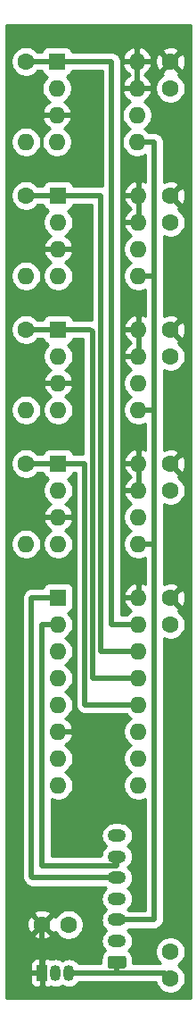
<source format=gbr>
G04 #@! TF.GenerationSoftware,KiCad,Pcbnew,5.1.5+dfsg1-2build2*
G04 #@! TF.CreationDate,2020-10-27T01:34:20+02:00*
G04 #@! TF.ProjectId,memory,6d656d6f-7279-42e6-9b69-6361645f7063,rev?*
G04 #@! TF.SameCoordinates,Original*
G04 #@! TF.FileFunction,Copper,L1,Top*
G04 #@! TF.FilePolarity,Positive*
%FSLAX46Y46*%
G04 Gerber Fmt 4.6, Leading zero omitted, Abs format (unit mm)*
G04 Created by KiCad (PCBNEW 5.1.5+dfsg1-2build2) date 2020-10-27 01:34:20*
%MOMM*%
%LPD*%
G04 APERTURE LIST*
%ADD10R,1.050000X1.500000*%
%ADD11O,1.050000X1.500000*%
%ADD12O,1.600000X1.600000*%
%ADD13C,1.600000*%
%ADD14O,1.750000X1.200000*%
%ADD15C,0.100000*%
%ADD16R,1.600000X1.600000*%
%ADD17C,0.500000*%
%ADD18C,0.254000*%
G04 APERTURE END LIST*
D10*
X41148000Y-149860000D03*
D11*
X43688000Y-149860000D03*
X42418000Y-149860000D03*
D12*
X39624000Y-109220000D03*
D13*
X39624000Y-101600000D03*
D12*
X39624000Y-96520000D03*
D13*
X39624000Y-88900000D03*
D12*
X39624000Y-83820000D03*
D13*
X39624000Y-76200000D03*
D12*
X39624000Y-71120000D03*
D13*
X39624000Y-63500000D03*
D14*
X48260000Y-136844000D03*
X48260000Y-138844000D03*
X48260000Y-140844000D03*
X48260000Y-142844000D03*
X48260000Y-144844000D03*
X48260000Y-146844000D03*
G04 #@! TA.AperFunction,ComponentPad*
D15*
G36*
X48909505Y-148245204D02*
G01*
X48933773Y-148248804D01*
X48957572Y-148254765D01*
X48980671Y-148263030D01*
X49002850Y-148273520D01*
X49023893Y-148286132D01*
X49043599Y-148300747D01*
X49061777Y-148317223D01*
X49078253Y-148335401D01*
X49092868Y-148355107D01*
X49105480Y-148376150D01*
X49115970Y-148398329D01*
X49124235Y-148421428D01*
X49130196Y-148445227D01*
X49133796Y-148469495D01*
X49135000Y-148493999D01*
X49135000Y-149194001D01*
X49133796Y-149218505D01*
X49130196Y-149242773D01*
X49124235Y-149266572D01*
X49115970Y-149289671D01*
X49105480Y-149311850D01*
X49092868Y-149332893D01*
X49078253Y-149352599D01*
X49061777Y-149370777D01*
X49043599Y-149387253D01*
X49023893Y-149401868D01*
X49002850Y-149414480D01*
X48980671Y-149424970D01*
X48957572Y-149433235D01*
X48933773Y-149439196D01*
X48909505Y-149442796D01*
X48885001Y-149444000D01*
X47634999Y-149444000D01*
X47610495Y-149442796D01*
X47586227Y-149439196D01*
X47562428Y-149433235D01*
X47539329Y-149424970D01*
X47517150Y-149414480D01*
X47496107Y-149401868D01*
X47476401Y-149387253D01*
X47458223Y-149370777D01*
X47441747Y-149352599D01*
X47427132Y-149332893D01*
X47414520Y-149311850D01*
X47404030Y-149289671D01*
X47395765Y-149266572D01*
X47389804Y-149242773D01*
X47386204Y-149218505D01*
X47385000Y-149194001D01*
X47385000Y-148493999D01*
X47386204Y-148469495D01*
X47389804Y-148445227D01*
X47395765Y-148421428D01*
X47404030Y-148398329D01*
X47414520Y-148376150D01*
X47427132Y-148355107D01*
X47441747Y-148335401D01*
X47458223Y-148317223D01*
X47476401Y-148300747D01*
X47496107Y-148286132D01*
X47517150Y-148273520D01*
X47539329Y-148263030D01*
X47562428Y-148254765D01*
X47586227Y-148248804D01*
X47610495Y-148245204D01*
X47634999Y-148244000D01*
X48885001Y-148244000D01*
X48909505Y-148245204D01*
G37*
G04 #@! TD.AperFunction*
D12*
X50292000Y-114300000D03*
X42672000Y-132080000D03*
X50292000Y-116840000D03*
X42672000Y-129540000D03*
X50292000Y-119380000D03*
X42672000Y-127000000D03*
X50292000Y-121920000D03*
X42672000Y-124460000D03*
X50292000Y-124460000D03*
X42672000Y-121920000D03*
X50292000Y-127000000D03*
X42672000Y-119380000D03*
X50292000Y-129540000D03*
X42672000Y-116840000D03*
X50292000Y-132080000D03*
D16*
X42672000Y-114300000D03*
D12*
X50292000Y-101600000D03*
X42672000Y-109220000D03*
X50292000Y-104140000D03*
X42672000Y-106680000D03*
X50292000Y-106680000D03*
X42672000Y-104140000D03*
X50292000Y-109220000D03*
D16*
X42672000Y-101600000D03*
D12*
X50292000Y-88900000D03*
X42672000Y-96520000D03*
X50292000Y-91440000D03*
X42672000Y-93980000D03*
X50292000Y-93980000D03*
X42672000Y-91440000D03*
X50292000Y-96520000D03*
D16*
X42672000Y-88900000D03*
D12*
X50292000Y-76200000D03*
X42672000Y-83820000D03*
X50292000Y-78740000D03*
X42672000Y-81280000D03*
X50292000Y-81280000D03*
X42672000Y-78740000D03*
X50292000Y-83820000D03*
D16*
X42672000Y-76200000D03*
D12*
X50165000Y-63500000D03*
X42545000Y-71120000D03*
X50165000Y-66040000D03*
X42545000Y-68580000D03*
X50165000Y-68580000D03*
X42545000Y-66040000D03*
X50165000Y-71120000D03*
D16*
X42545000Y-63500000D03*
D13*
X53340000Y-114340000D03*
X53340000Y-116840000D03*
X53340000Y-101640000D03*
X53340000Y-104140000D03*
X53340000Y-88940000D03*
X53340000Y-91440000D03*
X53340000Y-76240000D03*
X53340000Y-78740000D03*
X53340000Y-63540000D03*
X53340000Y-66040000D03*
X43648000Y-145288000D03*
X41148000Y-145288000D03*
X53340000Y-147868000D03*
X53340000Y-150368000D03*
D17*
X52832000Y-149860000D02*
X53340000Y-150368000D01*
X48260000Y-149860000D02*
X48260000Y-148844000D01*
X43688000Y-149860000D02*
X48260000Y-149860000D01*
X48260000Y-149860000D02*
X52832000Y-149860000D01*
X41148000Y-149860000D02*
X41148000Y-145288000D01*
X50165000Y-71120000D02*
X51816000Y-71120000D01*
X51816000Y-109220000D02*
X50292000Y-109220000D01*
X50292000Y-83820000D02*
X51816000Y-83820000D01*
X51816000Y-71120000D02*
X51816000Y-83820000D01*
X50292000Y-96520000D02*
X51816000Y-96520000D01*
X51816000Y-96520000D02*
X51816000Y-109220000D01*
X51816000Y-83820000D02*
X51816000Y-96520000D01*
X51816000Y-109220000D02*
X51816000Y-144780000D01*
X51752000Y-144844000D02*
X48260000Y-144844000D01*
X51816000Y-144780000D02*
X51752000Y-144844000D01*
X39624000Y-63500000D02*
X42545000Y-63500000D01*
X50292000Y-116840000D02*
X47752000Y-116840000D01*
X47752000Y-116840000D02*
X47752000Y-63500000D01*
X47752000Y-63500000D02*
X42545000Y-63500000D01*
X39624000Y-76200000D02*
X42672000Y-76200000D01*
X50292000Y-119380000D02*
X46736000Y-119380000D01*
X46736000Y-119380000D02*
X46736000Y-76200000D01*
X46736000Y-76200000D02*
X42672000Y-76200000D01*
X39624000Y-88900000D02*
X42672000Y-88900000D01*
X50292000Y-121920000D02*
X45912010Y-121920000D01*
X45912010Y-121920000D02*
X45912010Y-89092010D01*
X45720000Y-88900000D02*
X42672000Y-88900000D01*
X45912010Y-89092010D02*
X45720000Y-88900000D01*
X39624000Y-101600000D02*
X42672000Y-101600000D01*
X45212000Y-124460000D02*
X45212000Y-101600000D01*
X50292000Y-124460000D02*
X45212000Y-124460000D01*
X45212000Y-101600000D02*
X43688000Y-101600000D01*
X43688000Y-101600000D02*
X42672000Y-101600000D01*
X48260000Y-139700000D02*
X48260000Y-138844000D01*
X41148000Y-139700000D02*
X48260000Y-139700000D01*
X41148000Y-116840000D02*
X41148000Y-139700000D01*
X42672000Y-116840000D02*
X41148000Y-116840000D01*
X40260000Y-140844000D02*
X48260000Y-140844000D01*
X40132000Y-140716000D02*
X40260000Y-140844000D01*
X40132000Y-114300000D02*
X40132000Y-140716000D01*
X42672000Y-114300000D02*
X40132000Y-114300000D01*
D18*
G36*
X55245000Y-152273000D02*
G01*
X37719000Y-152273000D01*
X37719000Y-150610000D01*
X39984928Y-150610000D01*
X39997188Y-150734482D01*
X40033498Y-150854180D01*
X40092463Y-150964494D01*
X40171815Y-151061185D01*
X40268506Y-151140537D01*
X40378820Y-151199502D01*
X40498518Y-151235812D01*
X40623000Y-151248072D01*
X40862250Y-151245000D01*
X41021000Y-151086250D01*
X41021000Y-149987000D01*
X40146750Y-149987000D01*
X39988000Y-150145750D01*
X39984928Y-150610000D01*
X37719000Y-150610000D01*
X37719000Y-149110000D01*
X39984928Y-149110000D01*
X39988000Y-149574250D01*
X40146750Y-149733000D01*
X41021000Y-149733000D01*
X41021000Y-148633750D01*
X40862250Y-148475000D01*
X40623000Y-148471928D01*
X40498518Y-148484188D01*
X40378820Y-148520498D01*
X40268506Y-148579463D01*
X40171815Y-148658815D01*
X40092463Y-148755506D01*
X40033498Y-148865820D01*
X39997188Y-148985518D01*
X39984928Y-149110000D01*
X37719000Y-149110000D01*
X37719000Y-146280702D01*
X40334903Y-146280702D01*
X40406486Y-146524671D01*
X40661996Y-146645571D01*
X40936184Y-146714300D01*
X41218512Y-146728217D01*
X41498130Y-146686787D01*
X41764292Y-146591603D01*
X41889514Y-146524671D01*
X41961097Y-146280702D01*
X41148000Y-145467605D01*
X40334903Y-146280702D01*
X37719000Y-146280702D01*
X37719000Y-145358512D01*
X39707783Y-145358512D01*
X39749213Y-145638130D01*
X39844397Y-145904292D01*
X39911329Y-146029514D01*
X40155298Y-146101097D01*
X40968395Y-145288000D01*
X41327605Y-145288000D01*
X42140702Y-146101097D01*
X42384671Y-146029514D01*
X42398324Y-146000659D01*
X42533363Y-146202759D01*
X42733241Y-146402637D01*
X42968273Y-146559680D01*
X43229426Y-146667853D01*
X43506665Y-146723000D01*
X43789335Y-146723000D01*
X44066574Y-146667853D01*
X44327727Y-146559680D01*
X44562759Y-146402637D01*
X44762637Y-146202759D01*
X44919680Y-145967727D01*
X45027853Y-145706574D01*
X45083000Y-145429335D01*
X45083000Y-145146665D01*
X45027853Y-144869426D01*
X44919680Y-144608273D01*
X44762637Y-144373241D01*
X44562759Y-144173363D01*
X44327727Y-144016320D01*
X44066574Y-143908147D01*
X43789335Y-143853000D01*
X43506665Y-143853000D01*
X43229426Y-143908147D01*
X42968273Y-144016320D01*
X42733241Y-144173363D01*
X42533363Y-144373241D01*
X42399308Y-144573869D01*
X42384671Y-144546486D01*
X42140702Y-144474903D01*
X41327605Y-145288000D01*
X40968395Y-145288000D01*
X40155298Y-144474903D01*
X39911329Y-144546486D01*
X39790429Y-144801996D01*
X39721700Y-145076184D01*
X39707783Y-145358512D01*
X37719000Y-145358512D01*
X37719000Y-144295298D01*
X40334903Y-144295298D01*
X41148000Y-145108395D01*
X41961097Y-144295298D01*
X41889514Y-144051329D01*
X41634004Y-143930429D01*
X41359816Y-143861700D01*
X41077488Y-143847783D01*
X40797870Y-143889213D01*
X40531708Y-143984397D01*
X40406486Y-144051329D01*
X40334903Y-144295298D01*
X37719000Y-144295298D01*
X37719000Y-109078665D01*
X38189000Y-109078665D01*
X38189000Y-109361335D01*
X38244147Y-109638574D01*
X38352320Y-109899727D01*
X38509363Y-110134759D01*
X38709241Y-110334637D01*
X38944273Y-110491680D01*
X39205426Y-110599853D01*
X39482665Y-110655000D01*
X39765335Y-110655000D01*
X40042574Y-110599853D01*
X40303727Y-110491680D01*
X40538759Y-110334637D01*
X40738637Y-110134759D01*
X40895680Y-109899727D01*
X41003853Y-109638574D01*
X41059000Y-109361335D01*
X41059000Y-109078665D01*
X41237000Y-109078665D01*
X41237000Y-109361335D01*
X41292147Y-109638574D01*
X41400320Y-109899727D01*
X41557363Y-110134759D01*
X41757241Y-110334637D01*
X41992273Y-110491680D01*
X42253426Y-110599853D01*
X42530665Y-110655000D01*
X42813335Y-110655000D01*
X43090574Y-110599853D01*
X43351727Y-110491680D01*
X43586759Y-110334637D01*
X43786637Y-110134759D01*
X43943680Y-109899727D01*
X44051853Y-109638574D01*
X44107000Y-109361335D01*
X44107000Y-109078665D01*
X44051853Y-108801426D01*
X43943680Y-108540273D01*
X43786637Y-108305241D01*
X43586759Y-108105363D01*
X43351727Y-107948320D01*
X43341135Y-107943933D01*
X43527131Y-107832385D01*
X43735519Y-107643414D01*
X43903037Y-107417420D01*
X44023246Y-107163087D01*
X44063904Y-107029039D01*
X43941915Y-106807000D01*
X42799000Y-106807000D01*
X42799000Y-106827000D01*
X42545000Y-106827000D01*
X42545000Y-106807000D01*
X41402085Y-106807000D01*
X41280096Y-107029039D01*
X41320754Y-107163087D01*
X41440963Y-107417420D01*
X41608481Y-107643414D01*
X41816869Y-107832385D01*
X42002865Y-107943933D01*
X41992273Y-107948320D01*
X41757241Y-108105363D01*
X41557363Y-108305241D01*
X41400320Y-108540273D01*
X41292147Y-108801426D01*
X41237000Y-109078665D01*
X41059000Y-109078665D01*
X41003853Y-108801426D01*
X40895680Y-108540273D01*
X40738637Y-108305241D01*
X40538759Y-108105363D01*
X40303727Y-107948320D01*
X40042574Y-107840147D01*
X39765335Y-107785000D01*
X39482665Y-107785000D01*
X39205426Y-107840147D01*
X38944273Y-107948320D01*
X38709241Y-108105363D01*
X38509363Y-108305241D01*
X38352320Y-108540273D01*
X38244147Y-108801426D01*
X38189000Y-109078665D01*
X37719000Y-109078665D01*
X37719000Y-96378665D01*
X38189000Y-96378665D01*
X38189000Y-96661335D01*
X38244147Y-96938574D01*
X38352320Y-97199727D01*
X38509363Y-97434759D01*
X38709241Y-97634637D01*
X38944273Y-97791680D01*
X39205426Y-97899853D01*
X39482665Y-97955000D01*
X39765335Y-97955000D01*
X40042574Y-97899853D01*
X40303727Y-97791680D01*
X40538759Y-97634637D01*
X40738637Y-97434759D01*
X40895680Y-97199727D01*
X41003853Y-96938574D01*
X41059000Y-96661335D01*
X41059000Y-96378665D01*
X41237000Y-96378665D01*
X41237000Y-96661335D01*
X41292147Y-96938574D01*
X41400320Y-97199727D01*
X41557363Y-97434759D01*
X41757241Y-97634637D01*
X41992273Y-97791680D01*
X42253426Y-97899853D01*
X42530665Y-97955000D01*
X42813335Y-97955000D01*
X43090574Y-97899853D01*
X43351727Y-97791680D01*
X43586759Y-97634637D01*
X43786637Y-97434759D01*
X43943680Y-97199727D01*
X44051853Y-96938574D01*
X44107000Y-96661335D01*
X44107000Y-96378665D01*
X44051853Y-96101426D01*
X43943680Y-95840273D01*
X43786637Y-95605241D01*
X43586759Y-95405363D01*
X43351727Y-95248320D01*
X43341135Y-95243933D01*
X43527131Y-95132385D01*
X43735519Y-94943414D01*
X43903037Y-94717420D01*
X44023246Y-94463087D01*
X44063904Y-94329039D01*
X43941915Y-94107000D01*
X42799000Y-94107000D01*
X42799000Y-94127000D01*
X42545000Y-94127000D01*
X42545000Y-94107000D01*
X41402085Y-94107000D01*
X41280096Y-94329039D01*
X41320754Y-94463087D01*
X41440963Y-94717420D01*
X41608481Y-94943414D01*
X41816869Y-95132385D01*
X42002865Y-95243933D01*
X41992273Y-95248320D01*
X41757241Y-95405363D01*
X41557363Y-95605241D01*
X41400320Y-95840273D01*
X41292147Y-96101426D01*
X41237000Y-96378665D01*
X41059000Y-96378665D01*
X41003853Y-96101426D01*
X40895680Y-95840273D01*
X40738637Y-95605241D01*
X40538759Y-95405363D01*
X40303727Y-95248320D01*
X40042574Y-95140147D01*
X39765335Y-95085000D01*
X39482665Y-95085000D01*
X39205426Y-95140147D01*
X38944273Y-95248320D01*
X38709241Y-95405363D01*
X38509363Y-95605241D01*
X38352320Y-95840273D01*
X38244147Y-96101426D01*
X38189000Y-96378665D01*
X37719000Y-96378665D01*
X37719000Y-83678665D01*
X38189000Y-83678665D01*
X38189000Y-83961335D01*
X38244147Y-84238574D01*
X38352320Y-84499727D01*
X38509363Y-84734759D01*
X38709241Y-84934637D01*
X38944273Y-85091680D01*
X39205426Y-85199853D01*
X39482665Y-85255000D01*
X39765335Y-85255000D01*
X40042574Y-85199853D01*
X40303727Y-85091680D01*
X40538759Y-84934637D01*
X40738637Y-84734759D01*
X40895680Y-84499727D01*
X41003853Y-84238574D01*
X41059000Y-83961335D01*
X41059000Y-83678665D01*
X41237000Y-83678665D01*
X41237000Y-83961335D01*
X41292147Y-84238574D01*
X41400320Y-84499727D01*
X41557363Y-84734759D01*
X41757241Y-84934637D01*
X41992273Y-85091680D01*
X42253426Y-85199853D01*
X42530665Y-85255000D01*
X42813335Y-85255000D01*
X43090574Y-85199853D01*
X43351727Y-85091680D01*
X43586759Y-84934637D01*
X43786637Y-84734759D01*
X43943680Y-84499727D01*
X44051853Y-84238574D01*
X44107000Y-83961335D01*
X44107000Y-83678665D01*
X44051853Y-83401426D01*
X43943680Y-83140273D01*
X43786637Y-82905241D01*
X43586759Y-82705363D01*
X43351727Y-82548320D01*
X43341135Y-82543933D01*
X43527131Y-82432385D01*
X43735519Y-82243414D01*
X43903037Y-82017420D01*
X44023246Y-81763087D01*
X44063904Y-81629039D01*
X43941915Y-81407000D01*
X42799000Y-81407000D01*
X42799000Y-81427000D01*
X42545000Y-81427000D01*
X42545000Y-81407000D01*
X41402085Y-81407000D01*
X41280096Y-81629039D01*
X41320754Y-81763087D01*
X41440963Y-82017420D01*
X41608481Y-82243414D01*
X41816869Y-82432385D01*
X42002865Y-82543933D01*
X41992273Y-82548320D01*
X41757241Y-82705363D01*
X41557363Y-82905241D01*
X41400320Y-83140273D01*
X41292147Y-83401426D01*
X41237000Y-83678665D01*
X41059000Y-83678665D01*
X41003853Y-83401426D01*
X40895680Y-83140273D01*
X40738637Y-82905241D01*
X40538759Y-82705363D01*
X40303727Y-82548320D01*
X40042574Y-82440147D01*
X39765335Y-82385000D01*
X39482665Y-82385000D01*
X39205426Y-82440147D01*
X38944273Y-82548320D01*
X38709241Y-82705363D01*
X38509363Y-82905241D01*
X38352320Y-83140273D01*
X38244147Y-83401426D01*
X38189000Y-83678665D01*
X37719000Y-83678665D01*
X37719000Y-70978665D01*
X38189000Y-70978665D01*
X38189000Y-71261335D01*
X38244147Y-71538574D01*
X38352320Y-71799727D01*
X38509363Y-72034759D01*
X38709241Y-72234637D01*
X38944273Y-72391680D01*
X39205426Y-72499853D01*
X39482665Y-72555000D01*
X39765335Y-72555000D01*
X40042574Y-72499853D01*
X40303727Y-72391680D01*
X40538759Y-72234637D01*
X40738637Y-72034759D01*
X40895680Y-71799727D01*
X41003853Y-71538574D01*
X41059000Y-71261335D01*
X41059000Y-70978665D01*
X41110000Y-70978665D01*
X41110000Y-71261335D01*
X41165147Y-71538574D01*
X41273320Y-71799727D01*
X41430363Y-72034759D01*
X41630241Y-72234637D01*
X41865273Y-72391680D01*
X42126426Y-72499853D01*
X42403665Y-72555000D01*
X42686335Y-72555000D01*
X42963574Y-72499853D01*
X43224727Y-72391680D01*
X43459759Y-72234637D01*
X43659637Y-72034759D01*
X43816680Y-71799727D01*
X43924853Y-71538574D01*
X43980000Y-71261335D01*
X43980000Y-70978665D01*
X43924853Y-70701426D01*
X43816680Y-70440273D01*
X43659637Y-70205241D01*
X43459759Y-70005363D01*
X43224727Y-69848320D01*
X43214135Y-69843933D01*
X43400131Y-69732385D01*
X43608519Y-69543414D01*
X43776037Y-69317420D01*
X43896246Y-69063087D01*
X43936904Y-68929039D01*
X43814915Y-68707000D01*
X42672000Y-68707000D01*
X42672000Y-68727000D01*
X42418000Y-68727000D01*
X42418000Y-68707000D01*
X41275085Y-68707000D01*
X41153096Y-68929039D01*
X41193754Y-69063087D01*
X41313963Y-69317420D01*
X41481481Y-69543414D01*
X41689869Y-69732385D01*
X41875865Y-69843933D01*
X41865273Y-69848320D01*
X41630241Y-70005363D01*
X41430363Y-70205241D01*
X41273320Y-70440273D01*
X41165147Y-70701426D01*
X41110000Y-70978665D01*
X41059000Y-70978665D01*
X41003853Y-70701426D01*
X40895680Y-70440273D01*
X40738637Y-70205241D01*
X40538759Y-70005363D01*
X40303727Y-69848320D01*
X40042574Y-69740147D01*
X39765335Y-69685000D01*
X39482665Y-69685000D01*
X39205426Y-69740147D01*
X38944273Y-69848320D01*
X38709241Y-70005363D01*
X38509363Y-70205241D01*
X38352320Y-70440273D01*
X38244147Y-70701426D01*
X38189000Y-70978665D01*
X37719000Y-70978665D01*
X37719000Y-63358665D01*
X38189000Y-63358665D01*
X38189000Y-63641335D01*
X38244147Y-63918574D01*
X38352320Y-64179727D01*
X38509363Y-64414759D01*
X38709241Y-64614637D01*
X38944273Y-64771680D01*
X39205426Y-64879853D01*
X39482665Y-64935000D01*
X39765335Y-64935000D01*
X40042574Y-64879853D01*
X40303727Y-64771680D01*
X40538759Y-64614637D01*
X40738637Y-64414759D01*
X40758521Y-64385000D01*
X41115299Y-64385000D01*
X41119188Y-64424482D01*
X41155498Y-64544180D01*
X41214463Y-64654494D01*
X41293815Y-64751185D01*
X41390506Y-64830537D01*
X41500820Y-64889502D01*
X41620518Y-64925812D01*
X41628961Y-64926643D01*
X41430363Y-65125241D01*
X41273320Y-65360273D01*
X41165147Y-65621426D01*
X41110000Y-65898665D01*
X41110000Y-66181335D01*
X41165147Y-66458574D01*
X41273320Y-66719727D01*
X41430363Y-66954759D01*
X41630241Y-67154637D01*
X41865273Y-67311680D01*
X41875865Y-67316067D01*
X41689869Y-67427615D01*
X41481481Y-67616586D01*
X41313963Y-67842580D01*
X41193754Y-68096913D01*
X41153096Y-68230961D01*
X41275085Y-68453000D01*
X42418000Y-68453000D01*
X42418000Y-68433000D01*
X42672000Y-68433000D01*
X42672000Y-68453000D01*
X43814915Y-68453000D01*
X43936904Y-68230961D01*
X43896246Y-68096913D01*
X43776037Y-67842580D01*
X43608519Y-67616586D01*
X43400131Y-67427615D01*
X43214135Y-67316067D01*
X43224727Y-67311680D01*
X43459759Y-67154637D01*
X43659637Y-66954759D01*
X43816680Y-66719727D01*
X43924853Y-66458574D01*
X43980000Y-66181335D01*
X43980000Y-65898665D01*
X43924853Y-65621426D01*
X43816680Y-65360273D01*
X43659637Y-65125241D01*
X43461039Y-64926643D01*
X43469482Y-64925812D01*
X43589180Y-64889502D01*
X43699494Y-64830537D01*
X43796185Y-64751185D01*
X43875537Y-64654494D01*
X43934502Y-64544180D01*
X43970812Y-64424482D01*
X43974701Y-64385000D01*
X46867001Y-64385000D01*
X46867001Y-75323620D01*
X46779477Y-75315000D01*
X46736000Y-75310718D01*
X46692524Y-75315000D01*
X44101701Y-75315000D01*
X44097812Y-75275518D01*
X44061502Y-75155820D01*
X44002537Y-75045506D01*
X43923185Y-74948815D01*
X43826494Y-74869463D01*
X43716180Y-74810498D01*
X43596482Y-74774188D01*
X43472000Y-74761928D01*
X41872000Y-74761928D01*
X41747518Y-74774188D01*
X41627820Y-74810498D01*
X41517506Y-74869463D01*
X41420815Y-74948815D01*
X41341463Y-75045506D01*
X41282498Y-75155820D01*
X41246188Y-75275518D01*
X41242299Y-75315000D01*
X40758521Y-75315000D01*
X40738637Y-75285241D01*
X40538759Y-75085363D01*
X40303727Y-74928320D01*
X40042574Y-74820147D01*
X39765335Y-74765000D01*
X39482665Y-74765000D01*
X39205426Y-74820147D01*
X38944273Y-74928320D01*
X38709241Y-75085363D01*
X38509363Y-75285241D01*
X38352320Y-75520273D01*
X38244147Y-75781426D01*
X38189000Y-76058665D01*
X38189000Y-76341335D01*
X38244147Y-76618574D01*
X38352320Y-76879727D01*
X38509363Y-77114759D01*
X38709241Y-77314637D01*
X38944273Y-77471680D01*
X39205426Y-77579853D01*
X39482665Y-77635000D01*
X39765335Y-77635000D01*
X40042574Y-77579853D01*
X40303727Y-77471680D01*
X40538759Y-77314637D01*
X40738637Y-77114759D01*
X40758521Y-77085000D01*
X41242299Y-77085000D01*
X41246188Y-77124482D01*
X41282498Y-77244180D01*
X41341463Y-77354494D01*
X41420815Y-77451185D01*
X41517506Y-77530537D01*
X41627820Y-77589502D01*
X41747518Y-77625812D01*
X41755961Y-77626643D01*
X41557363Y-77825241D01*
X41400320Y-78060273D01*
X41292147Y-78321426D01*
X41237000Y-78598665D01*
X41237000Y-78881335D01*
X41292147Y-79158574D01*
X41400320Y-79419727D01*
X41557363Y-79654759D01*
X41757241Y-79854637D01*
X41992273Y-80011680D01*
X42002865Y-80016067D01*
X41816869Y-80127615D01*
X41608481Y-80316586D01*
X41440963Y-80542580D01*
X41320754Y-80796913D01*
X41280096Y-80930961D01*
X41402085Y-81153000D01*
X42545000Y-81153000D01*
X42545000Y-81133000D01*
X42799000Y-81133000D01*
X42799000Y-81153000D01*
X43941915Y-81153000D01*
X44063904Y-80930961D01*
X44023246Y-80796913D01*
X43903037Y-80542580D01*
X43735519Y-80316586D01*
X43527131Y-80127615D01*
X43341135Y-80016067D01*
X43351727Y-80011680D01*
X43586759Y-79854637D01*
X43786637Y-79654759D01*
X43943680Y-79419727D01*
X44051853Y-79158574D01*
X44107000Y-78881335D01*
X44107000Y-78598665D01*
X44051853Y-78321426D01*
X43943680Y-78060273D01*
X43786637Y-77825241D01*
X43588039Y-77626643D01*
X43596482Y-77625812D01*
X43716180Y-77589502D01*
X43826494Y-77530537D01*
X43923185Y-77451185D01*
X44002537Y-77354494D01*
X44061502Y-77244180D01*
X44097812Y-77124482D01*
X44101701Y-77085000D01*
X45851001Y-77085000D01*
X45851001Y-88023620D01*
X45763477Y-88015000D01*
X45763469Y-88015000D01*
X45720000Y-88010719D01*
X45676531Y-88015000D01*
X44101701Y-88015000D01*
X44097812Y-87975518D01*
X44061502Y-87855820D01*
X44002537Y-87745506D01*
X43923185Y-87648815D01*
X43826494Y-87569463D01*
X43716180Y-87510498D01*
X43596482Y-87474188D01*
X43472000Y-87461928D01*
X41872000Y-87461928D01*
X41747518Y-87474188D01*
X41627820Y-87510498D01*
X41517506Y-87569463D01*
X41420815Y-87648815D01*
X41341463Y-87745506D01*
X41282498Y-87855820D01*
X41246188Y-87975518D01*
X41242299Y-88015000D01*
X40758521Y-88015000D01*
X40738637Y-87985241D01*
X40538759Y-87785363D01*
X40303727Y-87628320D01*
X40042574Y-87520147D01*
X39765335Y-87465000D01*
X39482665Y-87465000D01*
X39205426Y-87520147D01*
X38944273Y-87628320D01*
X38709241Y-87785363D01*
X38509363Y-87985241D01*
X38352320Y-88220273D01*
X38244147Y-88481426D01*
X38189000Y-88758665D01*
X38189000Y-89041335D01*
X38244147Y-89318574D01*
X38352320Y-89579727D01*
X38509363Y-89814759D01*
X38709241Y-90014637D01*
X38944273Y-90171680D01*
X39205426Y-90279853D01*
X39482665Y-90335000D01*
X39765335Y-90335000D01*
X40042574Y-90279853D01*
X40303727Y-90171680D01*
X40538759Y-90014637D01*
X40738637Y-89814759D01*
X40758521Y-89785000D01*
X41242299Y-89785000D01*
X41246188Y-89824482D01*
X41282498Y-89944180D01*
X41341463Y-90054494D01*
X41420815Y-90151185D01*
X41517506Y-90230537D01*
X41627820Y-90289502D01*
X41747518Y-90325812D01*
X41755961Y-90326643D01*
X41557363Y-90525241D01*
X41400320Y-90760273D01*
X41292147Y-91021426D01*
X41237000Y-91298665D01*
X41237000Y-91581335D01*
X41292147Y-91858574D01*
X41400320Y-92119727D01*
X41557363Y-92354759D01*
X41757241Y-92554637D01*
X41992273Y-92711680D01*
X42002865Y-92716067D01*
X41816869Y-92827615D01*
X41608481Y-93016586D01*
X41440963Y-93242580D01*
X41320754Y-93496913D01*
X41280096Y-93630961D01*
X41402085Y-93853000D01*
X42545000Y-93853000D01*
X42545000Y-93833000D01*
X42799000Y-93833000D01*
X42799000Y-93853000D01*
X43941915Y-93853000D01*
X44063904Y-93630961D01*
X44023246Y-93496913D01*
X43903037Y-93242580D01*
X43735519Y-93016586D01*
X43527131Y-92827615D01*
X43341135Y-92716067D01*
X43351727Y-92711680D01*
X43586759Y-92554637D01*
X43786637Y-92354759D01*
X43943680Y-92119727D01*
X44051853Y-91858574D01*
X44107000Y-91581335D01*
X44107000Y-91298665D01*
X44051853Y-91021426D01*
X43943680Y-90760273D01*
X43786637Y-90525241D01*
X43588039Y-90326643D01*
X43596482Y-90325812D01*
X43716180Y-90289502D01*
X43826494Y-90230537D01*
X43923185Y-90151185D01*
X44002537Y-90054494D01*
X44061502Y-89944180D01*
X44097812Y-89824482D01*
X44101701Y-89785000D01*
X45027011Y-89785000D01*
X45027011Y-100715000D01*
X44101701Y-100715000D01*
X44097812Y-100675518D01*
X44061502Y-100555820D01*
X44002537Y-100445506D01*
X43923185Y-100348815D01*
X43826494Y-100269463D01*
X43716180Y-100210498D01*
X43596482Y-100174188D01*
X43472000Y-100161928D01*
X41872000Y-100161928D01*
X41747518Y-100174188D01*
X41627820Y-100210498D01*
X41517506Y-100269463D01*
X41420815Y-100348815D01*
X41341463Y-100445506D01*
X41282498Y-100555820D01*
X41246188Y-100675518D01*
X41242299Y-100715000D01*
X40758521Y-100715000D01*
X40738637Y-100685241D01*
X40538759Y-100485363D01*
X40303727Y-100328320D01*
X40042574Y-100220147D01*
X39765335Y-100165000D01*
X39482665Y-100165000D01*
X39205426Y-100220147D01*
X38944273Y-100328320D01*
X38709241Y-100485363D01*
X38509363Y-100685241D01*
X38352320Y-100920273D01*
X38244147Y-101181426D01*
X38189000Y-101458665D01*
X38189000Y-101741335D01*
X38244147Y-102018574D01*
X38352320Y-102279727D01*
X38509363Y-102514759D01*
X38709241Y-102714637D01*
X38944273Y-102871680D01*
X39205426Y-102979853D01*
X39482665Y-103035000D01*
X39765335Y-103035000D01*
X40042574Y-102979853D01*
X40303727Y-102871680D01*
X40538759Y-102714637D01*
X40738637Y-102514759D01*
X40758521Y-102485000D01*
X41242299Y-102485000D01*
X41246188Y-102524482D01*
X41282498Y-102644180D01*
X41341463Y-102754494D01*
X41420815Y-102851185D01*
X41517506Y-102930537D01*
X41627820Y-102989502D01*
X41747518Y-103025812D01*
X41755961Y-103026643D01*
X41557363Y-103225241D01*
X41400320Y-103460273D01*
X41292147Y-103721426D01*
X41237000Y-103998665D01*
X41237000Y-104281335D01*
X41292147Y-104558574D01*
X41400320Y-104819727D01*
X41557363Y-105054759D01*
X41757241Y-105254637D01*
X41992273Y-105411680D01*
X42002865Y-105416067D01*
X41816869Y-105527615D01*
X41608481Y-105716586D01*
X41440963Y-105942580D01*
X41320754Y-106196913D01*
X41280096Y-106330961D01*
X41402085Y-106553000D01*
X42545000Y-106553000D01*
X42545000Y-106533000D01*
X42799000Y-106533000D01*
X42799000Y-106553000D01*
X43941915Y-106553000D01*
X44063904Y-106330961D01*
X44023246Y-106196913D01*
X43903037Y-105942580D01*
X43735519Y-105716586D01*
X43527131Y-105527615D01*
X43341135Y-105416067D01*
X43351727Y-105411680D01*
X43586759Y-105254637D01*
X43786637Y-105054759D01*
X43943680Y-104819727D01*
X44051853Y-104558574D01*
X44107000Y-104281335D01*
X44107000Y-103998665D01*
X44051853Y-103721426D01*
X43943680Y-103460273D01*
X43786637Y-103225241D01*
X43588039Y-103026643D01*
X43596482Y-103025812D01*
X43716180Y-102989502D01*
X43826494Y-102930537D01*
X43923185Y-102851185D01*
X44002537Y-102754494D01*
X44061502Y-102644180D01*
X44097812Y-102524482D01*
X44101701Y-102485000D01*
X44327001Y-102485000D01*
X44327000Y-124416523D01*
X44322718Y-124460000D01*
X44339805Y-124633490D01*
X44390411Y-124800313D01*
X44472589Y-124954059D01*
X44583183Y-125088817D01*
X44717941Y-125199411D01*
X44871687Y-125281589D01*
X45038510Y-125332195D01*
X45212000Y-125349282D01*
X45255476Y-125345000D01*
X49157479Y-125345000D01*
X49177363Y-125374759D01*
X49377241Y-125574637D01*
X49609759Y-125730000D01*
X49377241Y-125885363D01*
X49177363Y-126085241D01*
X49020320Y-126320273D01*
X48912147Y-126581426D01*
X48857000Y-126858665D01*
X48857000Y-127141335D01*
X48912147Y-127418574D01*
X49020320Y-127679727D01*
X49177363Y-127914759D01*
X49377241Y-128114637D01*
X49609759Y-128270000D01*
X49377241Y-128425363D01*
X49177363Y-128625241D01*
X49020320Y-128860273D01*
X48912147Y-129121426D01*
X48857000Y-129398665D01*
X48857000Y-129681335D01*
X48912147Y-129958574D01*
X49020320Y-130219727D01*
X49177363Y-130454759D01*
X49377241Y-130654637D01*
X49609759Y-130810000D01*
X49377241Y-130965363D01*
X49177363Y-131165241D01*
X49020320Y-131400273D01*
X48912147Y-131661426D01*
X48857000Y-131938665D01*
X48857000Y-132221335D01*
X48912147Y-132498574D01*
X49020320Y-132759727D01*
X49177363Y-132994759D01*
X49377241Y-133194637D01*
X49612273Y-133351680D01*
X49873426Y-133459853D01*
X50150665Y-133515000D01*
X50433335Y-133515000D01*
X50710574Y-133459853D01*
X50931001Y-133368549D01*
X50931001Y-143959000D01*
X49403366Y-143959000D01*
X49263238Y-143844000D01*
X49412502Y-143721502D01*
X49566833Y-143533449D01*
X49681511Y-143318901D01*
X49752130Y-143086102D01*
X49775975Y-142844000D01*
X49752130Y-142601898D01*
X49681511Y-142369099D01*
X49566833Y-142154551D01*
X49412502Y-141966498D01*
X49263238Y-141844000D01*
X49412502Y-141721502D01*
X49566833Y-141533449D01*
X49681511Y-141318901D01*
X49752130Y-141086102D01*
X49775975Y-140844000D01*
X49752130Y-140601898D01*
X49681511Y-140369099D01*
X49566833Y-140154551D01*
X49412502Y-139966498D01*
X49263238Y-139844000D01*
X49412502Y-139721502D01*
X49566833Y-139533449D01*
X49681511Y-139318901D01*
X49752130Y-139086102D01*
X49775975Y-138844000D01*
X49752130Y-138601898D01*
X49681511Y-138369099D01*
X49566833Y-138154551D01*
X49412502Y-137966498D01*
X49263238Y-137844000D01*
X49412502Y-137721502D01*
X49566833Y-137533449D01*
X49681511Y-137318901D01*
X49752130Y-137086102D01*
X49775975Y-136844000D01*
X49752130Y-136601898D01*
X49681511Y-136369099D01*
X49566833Y-136154551D01*
X49412502Y-135966498D01*
X49224449Y-135812167D01*
X49009901Y-135697489D01*
X48777102Y-135626870D01*
X48595665Y-135609000D01*
X47924335Y-135609000D01*
X47742898Y-135626870D01*
X47510099Y-135697489D01*
X47295551Y-135812167D01*
X47107498Y-135966498D01*
X46953167Y-136154551D01*
X46838489Y-136369099D01*
X46767870Y-136601898D01*
X46744025Y-136844000D01*
X46767870Y-137086102D01*
X46838489Y-137318901D01*
X46953167Y-137533449D01*
X47107498Y-137721502D01*
X47256762Y-137844000D01*
X47107498Y-137966498D01*
X46953167Y-138154551D01*
X46838489Y-138369099D01*
X46767870Y-138601898D01*
X46746881Y-138815000D01*
X42033000Y-138815000D01*
X42033000Y-133368550D01*
X42253426Y-133459853D01*
X42530665Y-133515000D01*
X42813335Y-133515000D01*
X43090574Y-133459853D01*
X43351727Y-133351680D01*
X43586759Y-133194637D01*
X43786637Y-132994759D01*
X43943680Y-132759727D01*
X44051853Y-132498574D01*
X44107000Y-132221335D01*
X44107000Y-131938665D01*
X44051853Y-131661426D01*
X43943680Y-131400273D01*
X43786637Y-131165241D01*
X43586759Y-130965363D01*
X43354241Y-130810000D01*
X43586759Y-130654637D01*
X43786637Y-130454759D01*
X43943680Y-130219727D01*
X44051853Y-129958574D01*
X44107000Y-129681335D01*
X44107000Y-129398665D01*
X44051853Y-129121426D01*
X43943680Y-128860273D01*
X43786637Y-128625241D01*
X43586759Y-128425363D01*
X43351727Y-128268320D01*
X43341135Y-128263933D01*
X43527131Y-128152385D01*
X43735519Y-127963414D01*
X43903037Y-127737420D01*
X44023246Y-127483087D01*
X44063904Y-127349039D01*
X43941915Y-127127000D01*
X42799000Y-127127000D01*
X42799000Y-127147000D01*
X42545000Y-127147000D01*
X42545000Y-127127000D01*
X42525000Y-127127000D01*
X42525000Y-126873000D01*
X42545000Y-126873000D01*
X42545000Y-126853000D01*
X42799000Y-126853000D01*
X42799000Y-126873000D01*
X43941915Y-126873000D01*
X44063904Y-126650961D01*
X44023246Y-126516913D01*
X43903037Y-126262580D01*
X43735519Y-126036586D01*
X43527131Y-125847615D01*
X43341135Y-125736067D01*
X43351727Y-125731680D01*
X43586759Y-125574637D01*
X43786637Y-125374759D01*
X43943680Y-125139727D01*
X44051853Y-124878574D01*
X44107000Y-124601335D01*
X44107000Y-124318665D01*
X44051853Y-124041426D01*
X43943680Y-123780273D01*
X43786637Y-123545241D01*
X43586759Y-123345363D01*
X43354241Y-123190000D01*
X43586759Y-123034637D01*
X43786637Y-122834759D01*
X43943680Y-122599727D01*
X44051853Y-122338574D01*
X44107000Y-122061335D01*
X44107000Y-121778665D01*
X44051853Y-121501426D01*
X43943680Y-121240273D01*
X43786637Y-121005241D01*
X43586759Y-120805363D01*
X43354241Y-120650000D01*
X43586759Y-120494637D01*
X43786637Y-120294759D01*
X43943680Y-120059727D01*
X44051853Y-119798574D01*
X44107000Y-119521335D01*
X44107000Y-119238665D01*
X44051853Y-118961426D01*
X43943680Y-118700273D01*
X43786637Y-118465241D01*
X43586759Y-118265363D01*
X43354241Y-118110000D01*
X43586759Y-117954637D01*
X43786637Y-117754759D01*
X43943680Y-117519727D01*
X44051853Y-117258574D01*
X44107000Y-116981335D01*
X44107000Y-116698665D01*
X44051853Y-116421426D01*
X43943680Y-116160273D01*
X43786637Y-115925241D01*
X43588039Y-115726643D01*
X43596482Y-115725812D01*
X43716180Y-115689502D01*
X43826494Y-115630537D01*
X43923185Y-115551185D01*
X44002537Y-115454494D01*
X44061502Y-115344180D01*
X44097812Y-115224482D01*
X44110072Y-115100000D01*
X44110072Y-113500000D01*
X44097812Y-113375518D01*
X44061502Y-113255820D01*
X44002537Y-113145506D01*
X43923185Y-113048815D01*
X43826494Y-112969463D01*
X43716180Y-112910498D01*
X43596482Y-112874188D01*
X43472000Y-112861928D01*
X41872000Y-112861928D01*
X41747518Y-112874188D01*
X41627820Y-112910498D01*
X41517506Y-112969463D01*
X41420815Y-113048815D01*
X41341463Y-113145506D01*
X41282498Y-113255820D01*
X41246188Y-113375518D01*
X41242299Y-113415000D01*
X40175476Y-113415000D01*
X40132000Y-113410718D01*
X40088523Y-113415000D01*
X39958510Y-113427805D01*
X39791687Y-113478411D01*
X39637941Y-113560589D01*
X39503183Y-113671183D01*
X39392589Y-113805941D01*
X39310411Y-113959687D01*
X39259805Y-114126510D01*
X39242718Y-114300000D01*
X39247000Y-114343477D01*
X39247001Y-140672521D01*
X39242719Y-140716000D01*
X39259805Y-140889490D01*
X39310412Y-141056313D01*
X39392590Y-141210059D01*
X39475468Y-141311046D01*
X39475471Y-141311049D01*
X39503184Y-141344817D01*
X39536952Y-141372530D01*
X39603466Y-141439044D01*
X39631183Y-141472817D01*
X39765941Y-141583411D01*
X39919687Y-141665589D01*
X40086510Y-141716195D01*
X40216523Y-141729000D01*
X40216533Y-141729000D01*
X40259999Y-141733281D01*
X40303465Y-141729000D01*
X47116634Y-141729000D01*
X47256762Y-141844000D01*
X47107498Y-141966498D01*
X46953167Y-142154551D01*
X46838489Y-142369099D01*
X46767870Y-142601898D01*
X46744025Y-142844000D01*
X46767870Y-143086102D01*
X46838489Y-143318901D01*
X46953167Y-143533449D01*
X47107498Y-143721502D01*
X47256762Y-143844000D01*
X47107498Y-143966498D01*
X46953167Y-144154551D01*
X46838489Y-144369099D01*
X46767870Y-144601898D01*
X46744025Y-144844000D01*
X46767870Y-145086102D01*
X46838489Y-145318901D01*
X46953167Y-145533449D01*
X47107498Y-145721502D01*
X47256762Y-145844000D01*
X47107498Y-145966498D01*
X46953167Y-146154551D01*
X46838489Y-146369099D01*
X46767870Y-146601898D01*
X46744025Y-146844000D01*
X46767870Y-147086102D01*
X46838489Y-147318901D01*
X46953167Y-147533449D01*
X47107498Y-147721502D01*
X47146111Y-147753191D01*
X47141613Y-147755595D01*
X47007038Y-147866038D01*
X46896595Y-148000613D01*
X46814528Y-148154149D01*
X46763992Y-148320745D01*
X46746928Y-148493999D01*
X46746928Y-148975000D01*
X44646977Y-148975000D01*
X44512212Y-148810788D01*
X44335578Y-148665829D01*
X44134059Y-148558115D01*
X43915399Y-148491785D01*
X43688000Y-148469388D01*
X43460600Y-148491785D01*
X43241940Y-148558115D01*
X43053000Y-148659106D01*
X42864059Y-148558115D01*
X42645399Y-148491785D01*
X42418000Y-148469388D01*
X42190600Y-148491785D01*
X41981902Y-148555093D01*
X41917180Y-148520498D01*
X41797482Y-148484188D01*
X41673000Y-148471928D01*
X41433750Y-148475000D01*
X41275000Y-148633750D01*
X41275000Y-149406892D01*
X41274785Y-149407601D01*
X41258000Y-149578022D01*
X41258000Y-150141979D01*
X41274785Y-150312400D01*
X41275000Y-150313109D01*
X41275000Y-151086250D01*
X41433750Y-151245000D01*
X41673000Y-151248072D01*
X41797482Y-151235812D01*
X41917180Y-151199502D01*
X41981902Y-151164907D01*
X42190601Y-151228215D01*
X42418000Y-151250612D01*
X42645400Y-151228215D01*
X42864060Y-151161885D01*
X43053001Y-151060894D01*
X43241941Y-151161885D01*
X43460601Y-151228215D01*
X43688000Y-151250612D01*
X43915400Y-151228215D01*
X44134060Y-151161885D01*
X44335579Y-151054171D01*
X44512212Y-150909212D01*
X44646977Y-150745000D01*
X48216523Y-150745000D01*
X48260000Y-150749282D01*
X48303476Y-150745000D01*
X51951877Y-150745000D01*
X51960147Y-150786574D01*
X52068320Y-151047727D01*
X52225363Y-151282759D01*
X52425241Y-151482637D01*
X52660273Y-151639680D01*
X52921426Y-151747853D01*
X53198665Y-151803000D01*
X53481335Y-151803000D01*
X53758574Y-151747853D01*
X54019727Y-151639680D01*
X54254759Y-151482637D01*
X54454637Y-151282759D01*
X54611680Y-151047727D01*
X54719853Y-150786574D01*
X54775000Y-150509335D01*
X54775000Y-150226665D01*
X54719853Y-149949426D01*
X54611680Y-149688273D01*
X54454637Y-149453241D01*
X54254759Y-149253363D01*
X54052173Y-149118000D01*
X54254759Y-148982637D01*
X54454637Y-148782759D01*
X54611680Y-148547727D01*
X54719853Y-148286574D01*
X54775000Y-148009335D01*
X54775000Y-147726665D01*
X54719853Y-147449426D01*
X54611680Y-147188273D01*
X54454637Y-146953241D01*
X54254759Y-146753363D01*
X54019727Y-146596320D01*
X53758574Y-146488147D01*
X53481335Y-146433000D01*
X53198665Y-146433000D01*
X52921426Y-146488147D01*
X52660273Y-146596320D01*
X52425241Y-146753363D01*
X52225363Y-146953241D01*
X52068320Y-147188273D01*
X51960147Y-147449426D01*
X51905000Y-147726665D01*
X51905000Y-148009335D01*
X51960147Y-148286574D01*
X52068320Y-148547727D01*
X52225363Y-148782759D01*
X52417604Y-148975000D01*
X49773072Y-148975000D01*
X49773072Y-148493999D01*
X49756008Y-148320745D01*
X49705472Y-148154149D01*
X49623405Y-148000613D01*
X49512962Y-147866038D01*
X49378387Y-147755595D01*
X49373889Y-147753191D01*
X49412502Y-147721502D01*
X49566833Y-147533449D01*
X49681511Y-147318901D01*
X49752130Y-147086102D01*
X49775975Y-146844000D01*
X49752130Y-146601898D01*
X49681511Y-146369099D01*
X49566833Y-146154551D01*
X49412502Y-145966498D01*
X49263238Y-145844000D01*
X49403366Y-145729000D01*
X51708531Y-145729000D01*
X51752000Y-145733281D01*
X51795469Y-145729000D01*
X51795477Y-145729000D01*
X51925490Y-145716195D01*
X52092313Y-145665589D01*
X52246059Y-145583411D01*
X52380817Y-145472817D01*
X52408534Y-145439044D01*
X52411044Y-145436534D01*
X52444817Y-145408817D01*
X52555411Y-145274059D01*
X52637589Y-145120313D01*
X52688195Y-144953490D01*
X52701000Y-144823477D01*
X52701000Y-144823469D01*
X52705281Y-144780000D01*
X52701000Y-144736531D01*
X52701000Y-118128550D01*
X52921426Y-118219853D01*
X53198665Y-118275000D01*
X53481335Y-118275000D01*
X53758574Y-118219853D01*
X54019727Y-118111680D01*
X54254759Y-117954637D01*
X54454637Y-117754759D01*
X54611680Y-117519727D01*
X54719853Y-117258574D01*
X54775000Y-116981335D01*
X54775000Y-116698665D01*
X54719853Y-116421426D01*
X54611680Y-116160273D01*
X54454637Y-115925241D01*
X54254759Y-115725363D01*
X54054131Y-115591308D01*
X54081514Y-115576671D01*
X54153097Y-115332702D01*
X53340000Y-114519605D01*
X53325858Y-114533748D01*
X53146253Y-114354143D01*
X53160395Y-114340000D01*
X53519605Y-114340000D01*
X54332702Y-115153097D01*
X54576671Y-115081514D01*
X54697571Y-114826004D01*
X54766300Y-114551816D01*
X54780217Y-114269488D01*
X54738787Y-113989870D01*
X54643603Y-113723708D01*
X54576671Y-113598486D01*
X54332702Y-113526903D01*
X53519605Y-114340000D01*
X53160395Y-114340000D01*
X53146253Y-114325858D01*
X53325858Y-114146253D01*
X53340000Y-114160395D01*
X54153097Y-113347298D01*
X54081514Y-113103329D01*
X53826004Y-112982429D01*
X53551816Y-112913700D01*
X53269488Y-112899783D01*
X52989870Y-112941213D01*
X52723708Y-113036397D01*
X52701000Y-113048535D01*
X52701000Y-109263477D01*
X52705282Y-109220000D01*
X52701000Y-109176523D01*
X52701000Y-105428550D01*
X52921426Y-105519853D01*
X53198665Y-105575000D01*
X53481335Y-105575000D01*
X53758574Y-105519853D01*
X54019727Y-105411680D01*
X54254759Y-105254637D01*
X54454637Y-105054759D01*
X54611680Y-104819727D01*
X54719853Y-104558574D01*
X54775000Y-104281335D01*
X54775000Y-103998665D01*
X54719853Y-103721426D01*
X54611680Y-103460273D01*
X54454637Y-103225241D01*
X54254759Y-103025363D01*
X54054131Y-102891308D01*
X54081514Y-102876671D01*
X54153097Y-102632702D01*
X53340000Y-101819605D01*
X53325858Y-101833748D01*
X53146253Y-101654143D01*
X53160395Y-101640000D01*
X53519605Y-101640000D01*
X54332702Y-102453097D01*
X54576671Y-102381514D01*
X54697571Y-102126004D01*
X54766300Y-101851816D01*
X54780217Y-101569488D01*
X54738787Y-101289870D01*
X54643603Y-101023708D01*
X54576671Y-100898486D01*
X54332702Y-100826903D01*
X53519605Y-101640000D01*
X53160395Y-101640000D01*
X53146253Y-101625858D01*
X53325858Y-101446253D01*
X53340000Y-101460395D01*
X54153097Y-100647298D01*
X54081514Y-100403329D01*
X53826004Y-100282429D01*
X53551816Y-100213700D01*
X53269488Y-100199783D01*
X52989870Y-100241213D01*
X52723708Y-100336397D01*
X52701000Y-100348535D01*
X52701000Y-96563477D01*
X52705282Y-96520000D01*
X52701000Y-96476523D01*
X52701000Y-92728550D01*
X52921426Y-92819853D01*
X53198665Y-92875000D01*
X53481335Y-92875000D01*
X53758574Y-92819853D01*
X54019727Y-92711680D01*
X54254759Y-92554637D01*
X54454637Y-92354759D01*
X54611680Y-92119727D01*
X54719853Y-91858574D01*
X54775000Y-91581335D01*
X54775000Y-91298665D01*
X54719853Y-91021426D01*
X54611680Y-90760273D01*
X54454637Y-90525241D01*
X54254759Y-90325363D01*
X54054131Y-90191308D01*
X54081514Y-90176671D01*
X54153097Y-89932702D01*
X53340000Y-89119605D01*
X53325858Y-89133748D01*
X53146253Y-88954143D01*
X53160395Y-88940000D01*
X53519605Y-88940000D01*
X54332702Y-89753097D01*
X54576671Y-89681514D01*
X54697571Y-89426004D01*
X54766300Y-89151816D01*
X54780217Y-88869488D01*
X54738787Y-88589870D01*
X54643603Y-88323708D01*
X54576671Y-88198486D01*
X54332702Y-88126903D01*
X53519605Y-88940000D01*
X53160395Y-88940000D01*
X53146253Y-88925858D01*
X53325858Y-88746253D01*
X53340000Y-88760395D01*
X54153097Y-87947298D01*
X54081514Y-87703329D01*
X53826004Y-87582429D01*
X53551816Y-87513700D01*
X53269488Y-87499783D01*
X52989870Y-87541213D01*
X52723708Y-87636397D01*
X52701000Y-87648535D01*
X52701000Y-83863477D01*
X52705282Y-83820000D01*
X52701000Y-83776523D01*
X52701000Y-80028550D01*
X52921426Y-80119853D01*
X53198665Y-80175000D01*
X53481335Y-80175000D01*
X53758574Y-80119853D01*
X54019727Y-80011680D01*
X54254759Y-79854637D01*
X54454637Y-79654759D01*
X54611680Y-79419727D01*
X54719853Y-79158574D01*
X54775000Y-78881335D01*
X54775000Y-78598665D01*
X54719853Y-78321426D01*
X54611680Y-78060273D01*
X54454637Y-77825241D01*
X54254759Y-77625363D01*
X54054131Y-77491308D01*
X54081514Y-77476671D01*
X54153097Y-77232702D01*
X53340000Y-76419605D01*
X53325858Y-76433748D01*
X53146253Y-76254143D01*
X53160395Y-76240000D01*
X53519605Y-76240000D01*
X54332702Y-77053097D01*
X54576671Y-76981514D01*
X54697571Y-76726004D01*
X54766300Y-76451816D01*
X54780217Y-76169488D01*
X54738787Y-75889870D01*
X54643603Y-75623708D01*
X54576671Y-75498486D01*
X54332702Y-75426903D01*
X53519605Y-76240000D01*
X53160395Y-76240000D01*
X53146253Y-76225858D01*
X53325858Y-76046253D01*
X53340000Y-76060395D01*
X54153097Y-75247298D01*
X54081514Y-75003329D01*
X53826004Y-74882429D01*
X53551816Y-74813700D01*
X53269488Y-74799783D01*
X52989870Y-74841213D01*
X52723708Y-74936397D01*
X52701000Y-74948535D01*
X52701000Y-71163477D01*
X52705282Y-71120000D01*
X52688195Y-70946510D01*
X52637589Y-70779687D01*
X52555411Y-70625941D01*
X52444817Y-70491183D01*
X52310059Y-70380589D01*
X52156313Y-70298411D01*
X51989490Y-70247805D01*
X51859477Y-70235000D01*
X51859476Y-70235000D01*
X51816000Y-70230718D01*
X51772523Y-70235000D01*
X51299521Y-70235000D01*
X51279637Y-70205241D01*
X51079759Y-70005363D01*
X50847241Y-69850000D01*
X51079759Y-69694637D01*
X51279637Y-69494759D01*
X51436680Y-69259727D01*
X51544853Y-68998574D01*
X51600000Y-68721335D01*
X51600000Y-68438665D01*
X51544853Y-68161426D01*
X51436680Y-67900273D01*
X51279637Y-67665241D01*
X51079759Y-67465363D01*
X50844727Y-67308320D01*
X50834135Y-67303933D01*
X51020131Y-67192385D01*
X51228519Y-67003414D01*
X51396037Y-66777420D01*
X51516246Y-66523087D01*
X51556904Y-66389039D01*
X51434915Y-66167000D01*
X50292000Y-66167000D01*
X50292000Y-66187000D01*
X50038000Y-66187000D01*
X50038000Y-66167000D01*
X48895085Y-66167000D01*
X48773096Y-66389039D01*
X48813754Y-66523087D01*
X48933963Y-66777420D01*
X49101481Y-67003414D01*
X49309869Y-67192385D01*
X49495865Y-67303933D01*
X49485273Y-67308320D01*
X49250241Y-67465363D01*
X49050363Y-67665241D01*
X48893320Y-67900273D01*
X48785147Y-68161426D01*
X48730000Y-68438665D01*
X48730000Y-68721335D01*
X48785147Y-68998574D01*
X48893320Y-69259727D01*
X49050363Y-69494759D01*
X49250241Y-69694637D01*
X49482759Y-69850000D01*
X49250241Y-70005363D01*
X49050363Y-70205241D01*
X48893320Y-70440273D01*
X48785147Y-70701426D01*
X48730000Y-70978665D01*
X48730000Y-71261335D01*
X48785147Y-71538574D01*
X48893320Y-71799727D01*
X49050363Y-72034759D01*
X49250241Y-72234637D01*
X49485273Y-72391680D01*
X49746426Y-72499853D01*
X50023665Y-72555000D01*
X50306335Y-72555000D01*
X50583574Y-72499853D01*
X50844727Y-72391680D01*
X50931000Y-72334034D01*
X50931000Y-74917995D01*
X50905881Y-74902930D01*
X50641040Y-74808091D01*
X50419000Y-74929376D01*
X50419000Y-76073000D01*
X50439000Y-76073000D01*
X50439000Y-76327000D01*
X50419000Y-76327000D01*
X50419000Y-78613000D01*
X50439000Y-78613000D01*
X50439000Y-78867000D01*
X50419000Y-78867000D01*
X50419000Y-78887000D01*
X50165000Y-78887000D01*
X50165000Y-78867000D01*
X49022085Y-78867000D01*
X48900096Y-79089039D01*
X48940754Y-79223087D01*
X49060963Y-79477420D01*
X49228481Y-79703414D01*
X49436869Y-79892385D01*
X49622865Y-80003933D01*
X49612273Y-80008320D01*
X49377241Y-80165363D01*
X49177363Y-80365241D01*
X49020320Y-80600273D01*
X48912147Y-80861426D01*
X48857000Y-81138665D01*
X48857000Y-81421335D01*
X48912147Y-81698574D01*
X49020320Y-81959727D01*
X49177363Y-82194759D01*
X49377241Y-82394637D01*
X49609759Y-82550000D01*
X49377241Y-82705363D01*
X49177363Y-82905241D01*
X49020320Y-83140273D01*
X48912147Y-83401426D01*
X48857000Y-83678665D01*
X48857000Y-83961335D01*
X48912147Y-84238574D01*
X49020320Y-84499727D01*
X49177363Y-84734759D01*
X49377241Y-84934637D01*
X49612273Y-85091680D01*
X49873426Y-85199853D01*
X50150665Y-85255000D01*
X50433335Y-85255000D01*
X50710574Y-85199853D01*
X50931000Y-85108550D01*
X50931000Y-87617995D01*
X50905881Y-87602930D01*
X50641040Y-87508091D01*
X50419000Y-87629376D01*
X50419000Y-88773000D01*
X50439000Y-88773000D01*
X50439000Y-89027000D01*
X50419000Y-89027000D01*
X50419000Y-91313000D01*
X50439000Y-91313000D01*
X50439000Y-91567000D01*
X50419000Y-91567000D01*
X50419000Y-91587000D01*
X50165000Y-91587000D01*
X50165000Y-91567000D01*
X49022085Y-91567000D01*
X48900096Y-91789039D01*
X48940754Y-91923087D01*
X49060963Y-92177420D01*
X49228481Y-92403414D01*
X49436869Y-92592385D01*
X49622865Y-92703933D01*
X49612273Y-92708320D01*
X49377241Y-92865363D01*
X49177363Y-93065241D01*
X49020320Y-93300273D01*
X48912147Y-93561426D01*
X48857000Y-93838665D01*
X48857000Y-94121335D01*
X48912147Y-94398574D01*
X49020320Y-94659727D01*
X49177363Y-94894759D01*
X49377241Y-95094637D01*
X49609759Y-95250000D01*
X49377241Y-95405363D01*
X49177363Y-95605241D01*
X49020320Y-95840273D01*
X48912147Y-96101426D01*
X48857000Y-96378665D01*
X48857000Y-96661335D01*
X48912147Y-96938574D01*
X49020320Y-97199727D01*
X49177363Y-97434759D01*
X49377241Y-97634637D01*
X49612273Y-97791680D01*
X49873426Y-97899853D01*
X50150665Y-97955000D01*
X50433335Y-97955000D01*
X50710574Y-97899853D01*
X50931000Y-97808550D01*
X50931000Y-100317995D01*
X50905881Y-100302930D01*
X50641040Y-100208091D01*
X50419000Y-100329376D01*
X50419000Y-101473000D01*
X50439000Y-101473000D01*
X50439000Y-101727000D01*
X50419000Y-101727000D01*
X50419000Y-104013000D01*
X50439000Y-104013000D01*
X50439000Y-104267000D01*
X50419000Y-104267000D01*
X50419000Y-104287000D01*
X50165000Y-104287000D01*
X50165000Y-104267000D01*
X49022085Y-104267000D01*
X48900096Y-104489039D01*
X48940754Y-104623087D01*
X49060963Y-104877420D01*
X49228481Y-105103414D01*
X49436869Y-105292385D01*
X49622865Y-105403933D01*
X49612273Y-105408320D01*
X49377241Y-105565363D01*
X49177363Y-105765241D01*
X49020320Y-106000273D01*
X48912147Y-106261426D01*
X48857000Y-106538665D01*
X48857000Y-106821335D01*
X48912147Y-107098574D01*
X49020320Y-107359727D01*
X49177363Y-107594759D01*
X49377241Y-107794637D01*
X49609759Y-107950000D01*
X49377241Y-108105363D01*
X49177363Y-108305241D01*
X49020320Y-108540273D01*
X48912147Y-108801426D01*
X48857000Y-109078665D01*
X48857000Y-109361335D01*
X48912147Y-109638574D01*
X49020320Y-109899727D01*
X49177363Y-110134759D01*
X49377241Y-110334637D01*
X49612273Y-110491680D01*
X49873426Y-110599853D01*
X50150665Y-110655000D01*
X50433335Y-110655000D01*
X50710574Y-110599853D01*
X50931000Y-110508550D01*
X50931000Y-113017995D01*
X50905881Y-113002930D01*
X50641040Y-112908091D01*
X50419000Y-113029376D01*
X50419000Y-114173000D01*
X50439000Y-114173000D01*
X50439000Y-114427000D01*
X50419000Y-114427000D01*
X50419000Y-114447000D01*
X50165000Y-114447000D01*
X50165000Y-114427000D01*
X49022085Y-114427000D01*
X48900096Y-114649039D01*
X48940754Y-114783087D01*
X49060963Y-115037420D01*
X49228481Y-115263414D01*
X49436869Y-115452385D01*
X49622865Y-115563933D01*
X49612273Y-115568320D01*
X49377241Y-115725363D01*
X49177363Y-115925241D01*
X49157479Y-115955000D01*
X48637000Y-115955000D01*
X48637000Y-113950961D01*
X48900096Y-113950961D01*
X49022085Y-114173000D01*
X50165000Y-114173000D01*
X50165000Y-113029376D01*
X49942960Y-112908091D01*
X49678119Y-113002930D01*
X49436869Y-113147615D01*
X49228481Y-113336586D01*
X49060963Y-113562580D01*
X48940754Y-113816913D01*
X48900096Y-113950961D01*
X48637000Y-113950961D01*
X48637000Y-101949039D01*
X48900096Y-101949039D01*
X48940754Y-102083087D01*
X49060963Y-102337420D01*
X49228481Y-102563414D01*
X49436869Y-102752385D01*
X49632982Y-102870000D01*
X49436869Y-102987615D01*
X49228481Y-103176586D01*
X49060963Y-103402580D01*
X48940754Y-103656913D01*
X48900096Y-103790961D01*
X49022085Y-104013000D01*
X50165000Y-104013000D01*
X50165000Y-101727000D01*
X49022085Y-101727000D01*
X48900096Y-101949039D01*
X48637000Y-101949039D01*
X48637000Y-101250961D01*
X48900096Y-101250961D01*
X49022085Y-101473000D01*
X50165000Y-101473000D01*
X50165000Y-100329376D01*
X49942960Y-100208091D01*
X49678119Y-100302930D01*
X49436869Y-100447615D01*
X49228481Y-100636586D01*
X49060963Y-100862580D01*
X48940754Y-101116913D01*
X48900096Y-101250961D01*
X48637000Y-101250961D01*
X48637000Y-89249039D01*
X48900096Y-89249039D01*
X48940754Y-89383087D01*
X49060963Y-89637420D01*
X49228481Y-89863414D01*
X49436869Y-90052385D01*
X49632982Y-90170000D01*
X49436869Y-90287615D01*
X49228481Y-90476586D01*
X49060963Y-90702580D01*
X48940754Y-90956913D01*
X48900096Y-91090961D01*
X49022085Y-91313000D01*
X50165000Y-91313000D01*
X50165000Y-89027000D01*
X49022085Y-89027000D01*
X48900096Y-89249039D01*
X48637000Y-89249039D01*
X48637000Y-88550961D01*
X48900096Y-88550961D01*
X49022085Y-88773000D01*
X50165000Y-88773000D01*
X50165000Y-87629376D01*
X49942960Y-87508091D01*
X49678119Y-87602930D01*
X49436869Y-87747615D01*
X49228481Y-87936586D01*
X49060963Y-88162580D01*
X48940754Y-88416913D01*
X48900096Y-88550961D01*
X48637000Y-88550961D01*
X48637000Y-76549039D01*
X48900096Y-76549039D01*
X48940754Y-76683087D01*
X49060963Y-76937420D01*
X49228481Y-77163414D01*
X49436869Y-77352385D01*
X49632982Y-77470000D01*
X49436869Y-77587615D01*
X49228481Y-77776586D01*
X49060963Y-78002580D01*
X48940754Y-78256913D01*
X48900096Y-78390961D01*
X49022085Y-78613000D01*
X50165000Y-78613000D01*
X50165000Y-76327000D01*
X49022085Y-76327000D01*
X48900096Y-76549039D01*
X48637000Y-76549039D01*
X48637000Y-75850961D01*
X48900096Y-75850961D01*
X49022085Y-76073000D01*
X50165000Y-76073000D01*
X50165000Y-74929376D01*
X49942960Y-74808091D01*
X49678119Y-74902930D01*
X49436869Y-75047615D01*
X49228481Y-75236586D01*
X49060963Y-75462580D01*
X48940754Y-75716913D01*
X48900096Y-75850961D01*
X48637000Y-75850961D01*
X48637000Y-63849039D01*
X48773096Y-63849039D01*
X48813754Y-63983087D01*
X48933963Y-64237420D01*
X49101481Y-64463414D01*
X49309869Y-64652385D01*
X49505982Y-64770000D01*
X49309869Y-64887615D01*
X49101481Y-65076586D01*
X48933963Y-65302580D01*
X48813754Y-65556913D01*
X48773096Y-65690961D01*
X48895085Y-65913000D01*
X50038000Y-65913000D01*
X50038000Y-63627000D01*
X50292000Y-63627000D01*
X50292000Y-65913000D01*
X51434915Y-65913000D01*
X51442790Y-65898665D01*
X51905000Y-65898665D01*
X51905000Y-66181335D01*
X51960147Y-66458574D01*
X52068320Y-66719727D01*
X52225363Y-66954759D01*
X52425241Y-67154637D01*
X52660273Y-67311680D01*
X52921426Y-67419853D01*
X53198665Y-67475000D01*
X53481335Y-67475000D01*
X53758574Y-67419853D01*
X54019727Y-67311680D01*
X54254759Y-67154637D01*
X54454637Y-66954759D01*
X54611680Y-66719727D01*
X54719853Y-66458574D01*
X54775000Y-66181335D01*
X54775000Y-65898665D01*
X54719853Y-65621426D01*
X54611680Y-65360273D01*
X54454637Y-65125241D01*
X54254759Y-64925363D01*
X54054131Y-64791308D01*
X54081514Y-64776671D01*
X54153097Y-64532702D01*
X53340000Y-63719605D01*
X52526903Y-64532702D01*
X52598486Y-64776671D01*
X52627341Y-64790324D01*
X52425241Y-64925363D01*
X52225363Y-65125241D01*
X52068320Y-65360273D01*
X51960147Y-65621426D01*
X51905000Y-65898665D01*
X51442790Y-65898665D01*
X51556904Y-65690961D01*
X51516246Y-65556913D01*
X51396037Y-65302580D01*
X51228519Y-65076586D01*
X51020131Y-64887615D01*
X50824018Y-64770000D01*
X51020131Y-64652385D01*
X51228519Y-64463414D01*
X51396037Y-64237420D01*
X51516246Y-63983087D01*
X51556904Y-63849039D01*
X51434915Y-63627000D01*
X50292000Y-63627000D01*
X50038000Y-63627000D01*
X48895085Y-63627000D01*
X48773096Y-63849039D01*
X48637000Y-63849039D01*
X48637000Y-63610512D01*
X51899783Y-63610512D01*
X51941213Y-63890130D01*
X52036397Y-64156292D01*
X52103329Y-64281514D01*
X52347298Y-64353097D01*
X53160395Y-63540000D01*
X53519605Y-63540000D01*
X54332702Y-64353097D01*
X54576671Y-64281514D01*
X54697571Y-64026004D01*
X54766300Y-63751816D01*
X54780217Y-63469488D01*
X54738787Y-63189870D01*
X54643603Y-62923708D01*
X54576671Y-62798486D01*
X54332702Y-62726903D01*
X53519605Y-63540000D01*
X53160395Y-63540000D01*
X52347298Y-62726903D01*
X52103329Y-62798486D01*
X51982429Y-63053996D01*
X51913700Y-63328184D01*
X51899783Y-63610512D01*
X48637000Y-63610512D01*
X48637000Y-63543477D01*
X48641282Y-63500000D01*
X48624195Y-63326510D01*
X48573589Y-63159687D01*
X48568925Y-63150961D01*
X48773096Y-63150961D01*
X48895085Y-63373000D01*
X50038000Y-63373000D01*
X50038000Y-62229376D01*
X50292000Y-62229376D01*
X50292000Y-63373000D01*
X51434915Y-63373000D01*
X51556904Y-63150961D01*
X51516246Y-63016913D01*
X51396037Y-62762580D01*
X51236460Y-62547298D01*
X52526903Y-62547298D01*
X53340000Y-63360395D01*
X54153097Y-62547298D01*
X54081514Y-62303329D01*
X53826004Y-62182429D01*
X53551816Y-62113700D01*
X53269488Y-62099783D01*
X52989870Y-62141213D01*
X52723708Y-62236397D01*
X52598486Y-62303329D01*
X52526903Y-62547298D01*
X51236460Y-62547298D01*
X51228519Y-62536586D01*
X51020131Y-62347615D01*
X50778881Y-62202930D01*
X50514040Y-62108091D01*
X50292000Y-62229376D01*
X50038000Y-62229376D01*
X49815960Y-62108091D01*
X49551119Y-62202930D01*
X49309869Y-62347615D01*
X49101481Y-62536586D01*
X48933963Y-62762580D01*
X48813754Y-63016913D01*
X48773096Y-63150961D01*
X48568925Y-63150961D01*
X48491411Y-63005941D01*
X48380817Y-62871183D01*
X48246059Y-62760589D01*
X48092313Y-62678411D01*
X47925490Y-62627805D01*
X47795477Y-62615000D01*
X47752000Y-62610718D01*
X47708524Y-62615000D01*
X43974701Y-62615000D01*
X43970812Y-62575518D01*
X43934502Y-62455820D01*
X43875537Y-62345506D01*
X43796185Y-62248815D01*
X43699494Y-62169463D01*
X43589180Y-62110498D01*
X43469482Y-62074188D01*
X43345000Y-62061928D01*
X41745000Y-62061928D01*
X41620518Y-62074188D01*
X41500820Y-62110498D01*
X41390506Y-62169463D01*
X41293815Y-62248815D01*
X41214463Y-62345506D01*
X41155498Y-62455820D01*
X41119188Y-62575518D01*
X41115299Y-62615000D01*
X40758521Y-62615000D01*
X40738637Y-62585241D01*
X40538759Y-62385363D01*
X40303727Y-62228320D01*
X40042574Y-62120147D01*
X39765335Y-62065000D01*
X39482665Y-62065000D01*
X39205426Y-62120147D01*
X38944273Y-62228320D01*
X38709241Y-62385363D01*
X38509363Y-62585241D01*
X38352320Y-62820273D01*
X38244147Y-63081426D01*
X38189000Y-63358665D01*
X37719000Y-63358665D01*
X37719000Y-60071000D01*
X55245000Y-60071000D01*
X55245000Y-152273000D01*
G37*
X55245000Y-152273000D02*
X37719000Y-152273000D01*
X37719000Y-150610000D01*
X39984928Y-150610000D01*
X39997188Y-150734482D01*
X40033498Y-150854180D01*
X40092463Y-150964494D01*
X40171815Y-151061185D01*
X40268506Y-151140537D01*
X40378820Y-151199502D01*
X40498518Y-151235812D01*
X40623000Y-151248072D01*
X40862250Y-151245000D01*
X41021000Y-151086250D01*
X41021000Y-149987000D01*
X40146750Y-149987000D01*
X39988000Y-150145750D01*
X39984928Y-150610000D01*
X37719000Y-150610000D01*
X37719000Y-149110000D01*
X39984928Y-149110000D01*
X39988000Y-149574250D01*
X40146750Y-149733000D01*
X41021000Y-149733000D01*
X41021000Y-148633750D01*
X40862250Y-148475000D01*
X40623000Y-148471928D01*
X40498518Y-148484188D01*
X40378820Y-148520498D01*
X40268506Y-148579463D01*
X40171815Y-148658815D01*
X40092463Y-148755506D01*
X40033498Y-148865820D01*
X39997188Y-148985518D01*
X39984928Y-149110000D01*
X37719000Y-149110000D01*
X37719000Y-146280702D01*
X40334903Y-146280702D01*
X40406486Y-146524671D01*
X40661996Y-146645571D01*
X40936184Y-146714300D01*
X41218512Y-146728217D01*
X41498130Y-146686787D01*
X41764292Y-146591603D01*
X41889514Y-146524671D01*
X41961097Y-146280702D01*
X41148000Y-145467605D01*
X40334903Y-146280702D01*
X37719000Y-146280702D01*
X37719000Y-145358512D01*
X39707783Y-145358512D01*
X39749213Y-145638130D01*
X39844397Y-145904292D01*
X39911329Y-146029514D01*
X40155298Y-146101097D01*
X40968395Y-145288000D01*
X41327605Y-145288000D01*
X42140702Y-146101097D01*
X42384671Y-146029514D01*
X42398324Y-146000659D01*
X42533363Y-146202759D01*
X42733241Y-146402637D01*
X42968273Y-146559680D01*
X43229426Y-146667853D01*
X43506665Y-146723000D01*
X43789335Y-146723000D01*
X44066574Y-146667853D01*
X44327727Y-146559680D01*
X44562759Y-146402637D01*
X44762637Y-146202759D01*
X44919680Y-145967727D01*
X45027853Y-145706574D01*
X45083000Y-145429335D01*
X45083000Y-145146665D01*
X45027853Y-144869426D01*
X44919680Y-144608273D01*
X44762637Y-144373241D01*
X44562759Y-144173363D01*
X44327727Y-144016320D01*
X44066574Y-143908147D01*
X43789335Y-143853000D01*
X43506665Y-143853000D01*
X43229426Y-143908147D01*
X42968273Y-144016320D01*
X42733241Y-144173363D01*
X42533363Y-144373241D01*
X42399308Y-144573869D01*
X42384671Y-144546486D01*
X42140702Y-144474903D01*
X41327605Y-145288000D01*
X40968395Y-145288000D01*
X40155298Y-144474903D01*
X39911329Y-144546486D01*
X39790429Y-144801996D01*
X39721700Y-145076184D01*
X39707783Y-145358512D01*
X37719000Y-145358512D01*
X37719000Y-144295298D01*
X40334903Y-144295298D01*
X41148000Y-145108395D01*
X41961097Y-144295298D01*
X41889514Y-144051329D01*
X41634004Y-143930429D01*
X41359816Y-143861700D01*
X41077488Y-143847783D01*
X40797870Y-143889213D01*
X40531708Y-143984397D01*
X40406486Y-144051329D01*
X40334903Y-144295298D01*
X37719000Y-144295298D01*
X37719000Y-109078665D01*
X38189000Y-109078665D01*
X38189000Y-109361335D01*
X38244147Y-109638574D01*
X38352320Y-109899727D01*
X38509363Y-110134759D01*
X38709241Y-110334637D01*
X38944273Y-110491680D01*
X39205426Y-110599853D01*
X39482665Y-110655000D01*
X39765335Y-110655000D01*
X40042574Y-110599853D01*
X40303727Y-110491680D01*
X40538759Y-110334637D01*
X40738637Y-110134759D01*
X40895680Y-109899727D01*
X41003853Y-109638574D01*
X41059000Y-109361335D01*
X41059000Y-109078665D01*
X41237000Y-109078665D01*
X41237000Y-109361335D01*
X41292147Y-109638574D01*
X41400320Y-109899727D01*
X41557363Y-110134759D01*
X41757241Y-110334637D01*
X41992273Y-110491680D01*
X42253426Y-110599853D01*
X42530665Y-110655000D01*
X42813335Y-110655000D01*
X43090574Y-110599853D01*
X43351727Y-110491680D01*
X43586759Y-110334637D01*
X43786637Y-110134759D01*
X43943680Y-109899727D01*
X44051853Y-109638574D01*
X44107000Y-109361335D01*
X44107000Y-109078665D01*
X44051853Y-108801426D01*
X43943680Y-108540273D01*
X43786637Y-108305241D01*
X43586759Y-108105363D01*
X43351727Y-107948320D01*
X43341135Y-107943933D01*
X43527131Y-107832385D01*
X43735519Y-107643414D01*
X43903037Y-107417420D01*
X44023246Y-107163087D01*
X44063904Y-107029039D01*
X43941915Y-106807000D01*
X42799000Y-106807000D01*
X42799000Y-106827000D01*
X42545000Y-106827000D01*
X42545000Y-106807000D01*
X41402085Y-106807000D01*
X41280096Y-107029039D01*
X41320754Y-107163087D01*
X41440963Y-107417420D01*
X41608481Y-107643414D01*
X41816869Y-107832385D01*
X42002865Y-107943933D01*
X41992273Y-107948320D01*
X41757241Y-108105363D01*
X41557363Y-108305241D01*
X41400320Y-108540273D01*
X41292147Y-108801426D01*
X41237000Y-109078665D01*
X41059000Y-109078665D01*
X41003853Y-108801426D01*
X40895680Y-108540273D01*
X40738637Y-108305241D01*
X40538759Y-108105363D01*
X40303727Y-107948320D01*
X40042574Y-107840147D01*
X39765335Y-107785000D01*
X39482665Y-107785000D01*
X39205426Y-107840147D01*
X38944273Y-107948320D01*
X38709241Y-108105363D01*
X38509363Y-108305241D01*
X38352320Y-108540273D01*
X38244147Y-108801426D01*
X38189000Y-109078665D01*
X37719000Y-109078665D01*
X37719000Y-96378665D01*
X38189000Y-96378665D01*
X38189000Y-96661335D01*
X38244147Y-96938574D01*
X38352320Y-97199727D01*
X38509363Y-97434759D01*
X38709241Y-97634637D01*
X38944273Y-97791680D01*
X39205426Y-97899853D01*
X39482665Y-97955000D01*
X39765335Y-97955000D01*
X40042574Y-97899853D01*
X40303727Y-97791680D01*
X40538759Y-97634637D01*
X40738637Y-97434759D01*
X40895680Y-97199727D01*
X41003853Y-96938574D01*
X41059000Y-96661335D01*
X41059000Y-96378665D01*
X41237000Y-96378665D01*
X41237000Y-96661335D01*
X41292147Y-96938574D01*
X41400320Y-97199727D01*
X41557363Y-97434759D01*
X41757241Y-97634637D01*
X41992273Y-97791680D01*
X42253426Y-97899853D01*
X42530665Y-97955000D01*
X42813335Y-97955000D01*
X43090574Y-97899853D01*
X43351727Y-97791680D01*
X43586759Y-97634637D01*
X43786637Y-97434759D01*
X43943680Y-97199727D01*
X44051853Y-96938574D01*
X44107000Y-96661335D01*
X44107000Y-96378665D01*
X44051853Y-96101426D01*
X43943680Y-95840273D01*
X43786637Y-95605241D01*
X43586759Y-95405363D01*
X43351727Y-95248320D01*
X43341135Y-95243933D01*
X43527131Y-95132385D01*
X43735519Y-94943414D01*
X43903037Y-94717420D01*
X44023246Y-94463087D01*
X44063904Y-94329039D01*
X43941915Y-94107000D01*
X42799000Y-94107000D01*
X42799000Y-94127000D01*
X42545000Y-94127000D01*
X42545000Y-94107000D01*
X41402085Y-94107000D01*
X41280096Y-94329039D01*
X41320754Y-94463087D01*
X41440963Y-94717420D01*
X41608481Y-94943414D01*
X41816869Y-95132385D01*
X42002865Y-95243933D01*
X41992273Y-95248320D01*
X41757241Y-95405363D01*
X41557363Y-95605241D01*
X41400320Y-95840273D01*
X41292147Y-96101426D01*
X41237000Y-96378665D01*
X41059000Y-96378665D01*
X41003853Y-96101426D01*
X40895680Y-95840273D01*
X40738637Y-95605241D01*
X40538759Y-95405363D01*
X40303727Y-95248320D01*
X40042574Y-95140147D01*
X39765335Y-95085000D01*
X39482665Y-95085000D01*
X39205426Y-95140147D01*
X38944273Y-95248320D01*
X38709241Y-95405363D01*
X38509363Y-95605241D01*
X38352320Y-95840273D01*
X38244147Y-96101426D01*
X38189000Y-96378665D01*
X37719000Y-96378665D01*
X37719000Y-83678665D01*
X38189000Y-83678665D01*
X38189000Y-83961335D01*
X38244147Y-84238574D01*
X38352320Y-84499727D01*
X38509363Y-84734759D01*
X38709241Y-84934637D01*
X38944273Y-85091680D01*
X39205426Y-85199853D01*
X39482665Y-85255000D01*
X39765335Y-85255000D01*
X40042574Y-85199853D01*
X40303727Y-85091680D01*
X40538759Y-84934637D01*
X40738637Y-84734759D01*
X40895680Y-84499727D01*
X41003853Y-84238574D01*
X41059000Y-83961335D01*
X41059000Y-83678665D01*
X41237000Y-83678665D01*
X41237000Y-83961335D01*
X41292147Y-84238574D01*
X41400320Y-84499727D01*
X41557363Y-84734759D01*
X41757241Y-84934637D01*
X41992273Y-85091680D01*
X42253426Y-85199853D01*
X42530665Y-85255000D01*
X42813335Y-85255000D01*
X43090574Y-85199853D01*
X43351727Y-85091680D01*
X43586759Y-84934637D01*
X43786637Y-84734759D01*
X43943680Y-84499727D01*
X44051853Y-84238574D01*
X44107000Y-83961335D01*
X44107000Y-83678665D01*
X44051853Y-83401426D01*
X43943680Y-83140273D01*
X43786637Y-82905241D01*
X43586759Y-82705363D01*
X43351727Y-82548320D01*
X43341135Y-82543933D01*
X43527131Y-82432385D01*
X43735519Y-82243414D01*
X43903037Y-82017420D01*
X44023246Y-81763087D01*
X44063904Y-81629039D01*
X43941915Y-81407000D01*
X42799000Y-81407000D01*
X42799000Y-81427000D01*
X42545000Y-81427000D01*
X42545000Y-81407000D01*
X41402085Y-81407000D01*
X41280096Y-81629039D01*
X41320754Y-81763087D01*
X41440963Y-82017420D01*
X41608481Y-82243414D01*
X41816869Y-82432385D01*
X42002865Y-82543933D01*
X41992273Y-82548320D01*
X41757241Y-82705363D01*
X41557363Y-82905241D01*
X41400320Y-83140273D01*
X41292147Y-83401426D01*
X41237000Y-83678665D01*
X41059000Y-83678665D01*
X41003853Y-83401426D01*
X40895680Y-83140273D01*
X40738637Y-82905241D01*
X40538759Y-82705363D01*
X40303727Y-82548320D01*
X40042574Y-82440147D01*
X39765335Y-82385000D01*
X39482665Y-82385000D01*
X39205426Y-82440147D01*
X38944273Y-82548320D01*
X38709241Y-82705363D01*
X38509363Y-82905241D01*
X38352320Y-83140273D01*
X38244147Y-83401426D01*
X38189000Y-83678665D01*
X37719000Y-83678665D01*
X37719000Y-70978665D01*
X38189000Y-70978665D01*
X38189000Y-71261335D01*
X38244147Y-71538574D01*
X38352320Y-71799727D01*
X38509363Y-72034759D01*
X38709241Y-72234637D01*
X38944273Y-72391680D01*
X39205426Y-72499853D01*
X39482665Y-72555000D01*
X39765335Y-72555000D01*
X40042574Y-72499853D01*
X40303727Y-72391680D01*
X40538759Y-72234637D01*
X40738637Y-72034759D01*
X40895680Y-71799727D01*
X41003853Y-71538574D01*
X41059000Y-71261335D01*
X41059000Y-70978665D01*
X41110000Y-70978665D01*
X41110000Y-71261335D01*
X41165147Y-71538574D01*
X41273320Y-71799727D01*
X41430363Y-72034759D01*
X41630241Y-72234637D01*
X41865273Y-72391680D01*
X42126426Y-72499853D01*
X42403665Y-72555000D01*
X42686335Y-72555000D01*
X42963574Y-72499853D01*
X43224727Y-72391680D01*
X43459759Y-72234637D01*
X43659637Y-72034759D01*
X43816680Y-71799727D01*
X43924853Y-71538574D01*
X43980000Y-71261335D01*
X43980000Y-70978665D01*
X43924853Y-70701426D01*
X43816680Y-70440273D01*
X43659637Y-70205241D01*
X43459759Y-70005363D01*
X43224727Y-69848320D01*
X43214135Y-69843933D01*
X43400131Y-69732385D01*
X43608519Y-69543414D01*
X43776037Y-69317420D01*
X43896246Y-69063087D01*
X43936904Y-68929039D01*
X43814915Y-68707000D01*
X42672000Y-68707000D01*
X42672000Y-68727000D01*
X42418000Y-68727000D01*
X42418000Y-68707000D01*
X41275085Y-68707000D01*
X41153096Y-68929039D01*
X41193754Y-69063087D01*
X41313963Y-69317420D01*
X41481481Y-69543414D01*
X41689869Y-69732385D01*
X41875865Y-69843933D01*
X41865273Y-69848320D01*
X41630241Y-70005363D01*
X41430363Y-70205241D01*
X41273320Y-70440273D01*
X41165147Y-70701426D01*
X41110000Y-70978665D01*
X41059000Y-70978665D01*
X41003853Y-70701426D01*
X40895680Y-70440273D01*
X40738637Y-70205241D01*
X40538759Y-70005363D01*
X40303727Y-69848320D01*
X40042574Y-69740147D01*
X39765335Y-69685000D01*
X39482665Y-69685000D01*
X39205426Y-69740147D01*
X38944273Y-69848320D01*
X38709241Y-70005363D01*
X38509363Y-70205241D01*
X38352320Y-70440273D01*
X38244147Y-70701426D01*
X38189000Y-70978665D01*
X37719000Y-70978665D01*
X37719000Y-63358665D01*
X38189000Y-63358665D01*
X38189000Y-63641335D01*
X38244147Y-63918574D01*
X38352320Y-64179727D01*
X38509363Y-64414759D01*
X38709241Y-64614637D01*
X38944273Y-64771680D01*
X39205426Y-64879853D01*
X39482665Y-64935000D01*
X39765335Y-64935000D01*
X40042574Y-64879853D01*
X40303727Y-64771680D01*
X40538759Y-64614637D01*
X40738637Y-64414759D01*
X40758521Y-64385000D01*
X41115299Y-64385000D01*
X41119188Y-64424482D01*
X41155498Y-64544180D01*
X41214463Y-64654494D01*
X41293815Y-64751185D01*
X41390506Y-64830537D01*
X41500820Y-64889502D01*
X41620518Y-64925812D01*
X41628961Y-64926643D01*
X41430363Y-65125241D01*
X41273320Y-65360273D01*
X41165147Y-65621426D01*
X41110000Y-65898665D01*
X41110000Y-66181335D01*
X41165147Y-66458574D01*
X41273320Y-66719727D01*
X41430363Y-66954759D01*
X41630241Y-67154637D01*
X41865273Y-67311680D01*
X41875865Y-67316067D01*
X41689869Y-67427615D01*
X41481481Y-67616586D01*
X41313963Y-67842580D01*
X41193754Y-68096913D01*
X41153096Y-68230961D01*
X41275085Y-68453000D01*
X42418000Y-68453000D01*
X42418000Y-68433000D01*
X42672000Y-68433000D01*
X42672000Y-68453000D01*
X43814915Y-68453000D01*
X43936904Y-68230961D01*
X43896246Y-68096913D01*
X43776037Y-67842580D01*
X43608519Y-67616586D01*
X43400131Y-67427615D01*
X43214135Y-67316067D01*
X43224727Y-67311680D01*
X43459759Y-67154637D01*
X43659637Y-66954759D01*
X43816680Y-66719727D01*
X43924853Y-66458574D01*
X43980000Y-66181335D01*
X43980000Y-65898665D01*
X43924853Y-65621426D01*
X43816680Y-65360273D01*
X43659637Y-65125241D01*
X43461039Y-64926643D01*
X43469482Y-64925812D01*
X43589180Y-64889502D01*
X43699494Y-64830537D01*
X43796185Y-64751185D01*
X43875537Y-64654494D01*
X43934502Y-64544180D01*
X43970812Y-64424482D01*
X43974701Y-64385000D01*
X46867001Y-64385000D01*
X46867001Y-75323620D01*
X46779477Y-75315000D01*
X46736000Y-75310718D01*
X46692524Y-75315000D01*
X44101701Y-75315000D01*
X44097812Y-75275518D01*
X44061502Y-75155820D01*
X44002537Y-75045506D01*
X43923185Y-74948815D01*
X43826494Y-74869463D01*
X43716180Y-74810498D01*
X43596482Y-74774188D01*
X43472000Y-74761928D01*
X41872000Y-74761928D01*
X41747518Y-74774188D01*
X41627820Y-74810498D01*
X41517506Y-74869463D01*
X41420815Y-74948815D01*
X41341463Y-75045506D01*
X41282498Y-75155820D01*
X41246188Y-75275518D01*
X41242299Y-75315000D01*
X40758521Y-75315000D01*
X40738637Y-75285241D01*
X40538759Y-75085363D01*
X40303727Y-74928320D01*
X40042574Y-74820147D01*
X39765335Y-74765000D01*
X39482665Y-74765000D01*
X39205426Y-74820147D01*
X38944273Y-74928320D01*
X38709241Y-75085363D01*
X38509363Y-75285241D01*
X38352320Y-75520273D01*
X38244147Y-75781426D01*
X38189000Y-76058665D01*
X38189000Y-76341335D01*
X38244147Y-76618574D01*
X38352320Y-76879727D01*
X38509363Y-77114759D01*
X38709241Y-77314637D01*
X38944273Y-77471680D01*
X39205426Y-77579853D01*
X39482665Y-77635000D01*
X39765335Y-77635000D01*
X40042574Y-77579853D01*
X40303727Y-77471680D01*
X40538759Y-77314637D01*
X40738637Y-77114759D01*
X40758521Y-77085000D01*
X41242299Y-77085000D01*
X41246188Y-77124482D01*
X41282498Y-77244180D01*
X41341463Y-77354494D01*
X41420815Y-77451185D01*
X41517506Y-77530537D01*
X41627820Y-77589502D01*
X41747518Y-77625812D01*
X41755961Y-77626643D01*
X41557363Y-77825241D01*
X41400320Y-78060273D01*
X41292147Y-78321426D01*
X41237000Y-78598665D01*
X41237000Y-78881335D01*
X41292147Y-79158574D01*
X41400320Y-79419727D01*
X41557363Y-79654759D01*
X41757241Y-79854637D01*
X41992273Y-80011680D01*
X42002865Y-80016067D01*
X41816869Y-80127615D01*
X41608481Y-80316586D01*
X41440963Y-80542580D01*
X41320754Y-80796913D01*
X41280096Y-80930961D01*
X41402085Y-81153000D01*
X42545000Y-81153000D01*
X42545000Y-81133000D01*
X42799000Y-81133000D01*
X42799000Y-81153000D01*
X43941915Y-81153000D01*
X44063904Y-80930961D01*
X44023246Y-80796913D01*
X43903037Y-80542580D01*
X43735519Y-80316586D01*
X43527131Y-80127615D01*
X43341135Y-80016067D01*
X43351727Y-80011680D01*
X43586759Y-79854637D01*
X43786637Y-79654759D01*
X43943680Y-79419727D01*
X44051853Y-79158574D01*
X44107000Y-78881335D01*
X44107000Y-78598665D01*
X44051853Y-78321426D01*
X43943680Y-78060273D01*
X43786637Y-77825241D01*
X43588039Y-77626643D01*
X43596482Y-77625812D01*
X43716180Y-77589502D01*
X43826494Y-77530537D01*
X43923185Y-77451185D01*
X44002537Y-77354494D01*
X44061502Y-77244180D01*
X44097812Y-77124482D01*
X44101701Y-77085000D01*
X45851001Y-77085000D01*
X45851001Y-88023620D01*
X45763477Y-88015000D01*
X45763469Y-88015000D01*
X45720000Y-88010719D01*
X45676531Y-88015000D01*
X44101701Y-88015000D01*
X44097812Y-87975518D01*
X44061502Y-87855820D01*
X44002537Y-87745506D01*
X43923185Y-87648815D01*
X43826494Y-87569463D01*
X43716180Y-87510498D01*
X43596482Y-87474188D01*
X43472000Y-87461928D01*
X41872000Y-87461928D01*
X41747518Y-87474188D01*
X41627820Y-87510498D01*
X41517506Y-87569463D01*
X41420815Y-87648815D01*
X41341463Y-87745506D01*
X41282498Y-87855820D01*
X41246188Y-87975518D01*
X41242299Y-88015000D01*
X40758521Y-88015000D01*
X40738637Y-87985241D01*
X40538759Y-87785363D01*
X40303727Y-87628320D01*
X40042574Y-87520147D01*
X39765335Y-87465000D01*
X39482665Y-87465000D01*
X39205426Y-87520147D01*
X38944273Y-87628320D01*
X38709241Y-87785363D01*
X38509363Y-87985241D01*
X38352320Y-88220273D01*
X38244147Y-88481426D01*
X38189000Y-88758665D01*
X38189000Y-89041335D01*
X38244147Y-89318574D01*
X38352320Y-89579727D01*
X38509363Y-89814759D01*
X38709241Y-90014637D01*
X38944273Y-90171680D01*
X39205426Y-90279853D01*
X39482665Y-90335000D01*
X39765335Y-90335000D01*
X40042574Y-90279853D01*
X40303727Y-90171680D01*
X40538759Y-90014637D01*
X40738637Y-89814759D01*
X40758521Y-89785000D01*
X41242299Y-89785000D01*
X41246188Y-89824482D01*
X41282498Y-89944180D01*
X41341463Y-90054494D01*
X41420815Y-90151185D01*
X41517506Y-90230537D01*
X41627820Y-90289502D01*
X41747518Y-90325812D01*
X41755961Y-90326643D01*
X41557363Y-90525241D01*
X41400320Y-90760273D01*
X41292147Y-91021426D01*
X41237000Y-91298665D01*
X41237000Y-91581335D01*
X41292147Y-91858574D01*
X41400320Y-92119727D01*
X41557363Y-92354759D01*
X41757241Y-92554637D01*
X41992273Y-92711680D01*
X42002865Y-92716067D01*
X41816869Y-92827615D01*
X41608481Y-93016586D01*
X41440963Y-93242580D01*
X41320754Y-93496913D01*
X41280096Y-93630961D01*
X41402085Y-93853000D01*
X42545000Y-93853000D01*
X42545000Y-93833000D01*
X42799000Y-93833000D01*
X42799000Y-93853000D01*
X43941915Y-93853000D01*
X44063904Y-93630961D01*
X44023246Y-93496913D01*
X43903037Y-93242580D01*
X43735519Y-93016586D01*
X43527131Y-92827615D01*
X43341135Y-92716067D01*
X43351727Y-92711680D01*
X43586759Y-92554637D01*
X43786637Y-92354759D01*
X43943680Y-92119727D01*
X44051853Y-91858574D01*
X44107000Y-91581335D01*
X44107000Y-91298665D01*
X44051853Y-91021426D01*
X43943680Y-90760273D01*
X43786637Y-90525241D01*
X43588039Y-90326643D01*
X43596482Y-90325812D01*
X43716180Y-90289502D01*
X43826494Y-90230537D01*
X43923185Y-90151185D01*
X44002537Y-90054494D01*
X44061502Y-89944180D01*
X44097812Y-89824482D01*
X44101701Y-89785000D01*
X45027011Y-89785000D01*
X45027011Y-100715000D01*
X44101701Y-100715000D01*
X44097812Y-100675518D01*
X44061502Y-100555820D01*
X44002537Y-100445506D01*
X43923185Y-100348815D01*
X43826494Y-100269463D01*
X43716180Y-100210498D01*
X43596482Y-100174188D01*
X43472000Y-100161928D01*
X41872000Y-100161928D01*
X41747518Y-100174188D01*
X41627820Y-100210498D01*
X41517506Y-100269463D01*
X41420815Y-100348815D01*
X41341463Y-100445506D01*
X41282498Y-100555820D01*
X41246188Y-100675518D01*
X41242299Y-100715000D01*
X40758521Y-100715000D01*
X40738637Y-100685241D01*
X40538759Y-100485363D01*
X40303727Y-100328320D01*
X40042574Y-100220147D01*
X39765335Y-100165000D01*
X39482665Y-100165000D01*
X39205426Y-100220147D01*
X38944273Y-100328320D01*
X38709241Y-100485363D01*
X38509363Y-100685241D01*
X38352320Y-100920273D01*
X38244147Y-101181426D01*
X38189000Y-101458665D01*
X38189000Y-101741335D01*
X38244147Y-102018574D01*
X38352320Y-102279727D01*
X38509363Y-102514759D01*
X38709241Y-102714637D01*
X38944273Y-102871680D01*
X39205426Y-102979853D01*
X39482665Y-103035000D01*
X39765335Y-103035000D01*
X40042574Y-102979853D01*
X40303727Y-102871680D01*
X40538759Y-102714637D01*
X40738637Y-102514759D01*
X40758521Y-102485000D01*
X41242299Y-102485000D01*
X41246188Y-102524482D01*
X41282498Y-102644180D01*
X41341463Y-102754494D01*
X41420815Y-102851185D01*
X41517506Y-102930537D01*
X41627820Y-102989502D01*
X41747518Y-103025812D01*
X41755961Y-103026643D01*
X41557363Y-103225241D01*
X41400320Y-103460273D01*
X41292147Y-103721426D01*
X41237000Y-103998665D01*
X41237000Y-104281335D01*
X41292147Y-104558574D01*
X41400320Y-104819727D01*
X41557363Y-105054759D01*
X41757241Y-105254637D01*
X41992273Y-105411680D01*
X42002865Y-105416067D01*
X41816869Y-105527615D01*
X41608481Y-105716586D01*
X41440963Y-105942580D01*
X41320754Y-106196913D01*
X41280096Y-106330961D01*
X41402085Y-106553000D01*
X42545000Y-106553000D01*
X42545000Y-106533000D01*
X42799000Y-106533000D01*
X42799000Y-106553000D01*
X43941915Y-106553000D01*
X44063904Y-106330961D01*
X44023246Y-106196913D01*
X43903037Y-105942580D01*
X43735519Y-105716586D01*
X43527131Y-105527615D01*
X43341135Y-105416067D01*
X43351727Y-105411680D01*
X43586759Y-105254637D01*
X43786637Y-105054759D01*
X43943680Y-104819727D01*
X44051853Y-104558574D01*
X44107000Y-104281335D01*
X44107000Y-103998665D01*
X44051853Y-103721426D01*
X43943680Y-103460273D01*
X43786637Y-103225241D01*
X43588039Y-103026643D01*
X43596482Y-103025812D01*
X43716180Y-102989502D01*
X43826494Y-102930537D01*
X43923185Y-102851185D01*
X44002537Y-102754494D01*
X44061502Y-102644180D01*
X44097812Y-102524482D01*
X44101701Y-102485000D01*
X44327001Y-102485000D01*
X44327000Y-124416523D01*
X44322718Y-124460000D01*
X44339805Y-124633490D01*
X44390411Y-124800313D01*
X44472589Y-124954059D01*
X44583183Y-125088817D01*
X44717941Y-125199411D01*
X44871687Y-125281589D01*
X45038510Y-125332195D01*
X45212000Y-125349282D01*
X45255476Y-125345000D01*
X49157479Y-125345000D01*
X49177363Y-125374759D01*
X49377241Y-125574637D01*
X49609759Y-125730000D01*
X49377241Y-125885363D01*
X49177363Y-126085241D01*
X49020320Y-126320273D01*
X48912147Y-126581426D01*
X48857000Y-126858665D01*
X48857000Y-127141335D01*
X48912147Y-127418574D01*
X49020320Y-127679727D01*
X49177363Y-127914759D01*
X49377241Y-128114637D01*
X49609759Y-128270000D01*
X49377241Y-128425363D01*
X49177363Y-128625241D01*
X49020320Y-128860273D01*
X48912147Y-129121426D01*
X48857000Y-129398665D01*
X48857000Y-129681335D01*
X48912147Y-129958574D01*
X49020320Y-130219727D01*
X49177363Y-130454759D01*
X49377241Y-130654637D01*
X49609759Y-130810000D01*
X49377241Y-130965363D01*
X49177363Y-131165241D01*
X49020320Y-131400273D01*
X48912147Y-131661426D01*
X48857000Y-131938665D01*
X48857000Y-132221335D01*
X48912147Y-132498574D01*
X49020320Y-132759727D01*
X49177363Y-132994759D01*
X49377241Y-133194637D01*
X49612273Y-133351680D01*
X49873426Y-133459853D01*
X50150665Y-133515000D01*
X50433335Y-133515000D01*
X50710574Y-133459853D01*
X50931001Y-133368549D01*
X50931001Y-143959000D01*
X49403366Y-143959000D01*
X49263238Y-143844000D01*
X49412502Y-143721502D01*
X49566833Y-143533449D01*
X49681511Y-143318901D01*
X49752130Y-143086102D01*
X49775975Y-142844000D01*
X49752130Y-142601898D01*
X49681511Y-142369099D01*
X49566833Y-142154551D01*
X49412502Y-141966498D01*
X49263238Y-141844000D01*
X49412502Y-141721502D01*
X49566833Y-141533449D01*
X49681511Y-141318901D01*
X49752130Y-141086102D01*
X49775975Y-140844000D01*
X49752130Y-140601898D01*
X49681511Y-140369099D01*
X49566833Y-140154551D01*
X49412502Y-139966498D01*
X49263238Y-139844000D01*
X49412502Y-139721502D01*
X49566833Y-139533449D01*
X49681511Y-139318901D01*
X49752130Y-139086102D01*
X49775975Y-138844000D01*
X49752130Y-138601898D01*
X49681511Y-138369099D01*
X49566833Y-138154551D01*
X49412502Y-137966498D01*
X49263238Y-137844000D01*
X49412502Y-137721502D01*
X49566833Y-137533449D01*
X49681511Y-137318901D01*
X49752130Y-137086102D01*
X49775975Y-136844000D01*
X49752130Y-136601898D01*
X49681511Y-136369099D01*
X49566833Y-136154551D01*
X49412502Y-135966498D01*
X49224449Y-135812167D01*
X49009901Y-135697489D01*
X48777102Y-135626870D01*
X48595665Y-135609000D01*
X47924335Y-135609000D01*
X47742898Y-135626870D01*
X47510099Y-135697489D01*
X47295551Y-135812167D01*
X47107498Y-135966498D01*
X46953167Y-136154551D01*
X46838489Y-136369099D01*
X46767870Y-136601898D01*
X46744025Y-136844000D01*
X46767870Y-137086102D01*
X46838489Y-137318901D01*
X46953167Y-137533449D01*
X47107498Y-137721502D01*
X47256762Y-137844000D01*
X47107498Y-137966498D01*
X46953167Y-138154551D01*
X46838489Y-138369099D01*
X46767870Y-138601898D01*
X46746881Y-138815000D01*
X42033000Y-138815000D01*
X42033000Y-133368550D01*
X42253426Y-133459853D01*
X42530665Y-133515000D01*
X42813335Y-133515000D01*
X43090574Y-133459853D01*
X43351727Y-133351680D01*
X43586759Y-133194637D01*
X43786637Y-132994759D01*
X43943680Y-132759727D01*
X44051853Y-132498574D01*
X44107000Y-132221335D01*
X44107000Y-131938665D01*
X44051853Y-131661426D01*
X43943680Y-131400273D01*
X43786637Y-131165241D01*
X43586759Y-130965363D01*
X43354241Y-130810000D01*
X43586759Y-130654637D01*
X43786637Y-130454759D01*
X43943680Y-130219727D01*
X44051853Y-129958574D01*
X44107000Y-129681335D01*
X44107000Y-129398665D01*
X44051853Y-129121426D01*
X43943680Y-128860273D01*
X43786637Y-128625241D01*
X43586759Y-128425363D01*
X43351727Y-128268320D01*
X43341135Y-128263933D01*
X43527131Y-128152385D01*
X43735519Y-127963414D01*
X43903037Y-127737420D01*
X44023246Y-127483087D01*
X44063904Y-127349039D01*
X43941915Y-127127000D01*
X42799000Y-127127000D01*
X42799000Y-127147000D01*
X42545000Y-127147000D01*
X42545000Y-127127000D01*
X42525000Y-127127000D01*
X42525000Y-126873000D01*
X42545000Y-126873000D01*
X42545000Y-126853000D01*
X42799000Y-126853000D01*
X42799000Y-126873000D01*
X43941915Y-126873000D01*
X44063904Y-126650961D01*
X44023246Y-126516913D01*
X43903037Y-126262580D01*
X43735519Y-126036586D01*
X43527131Y-125847615D01*
X43341135Y-125736067D01*
X43351727Y-125731680D01*
X43586759Y-125574637D01*
X43786637Y-125374759D01*
X43943680Y-125139727D01*
X44051853Y-124878574D01*
X44107000Y-124601335D01*
X44107000Y-124318665D01*
X44051853Y-124041426D01*
X43943680Y-123780273D01*
X43786637Y-123545241D01*
X43586759Y-123345363D01*
X43354241Y-123190000D01*
X43586759Y-123034637D01*
X43786637Y-122834759D01*
X43943680Y-122599727D01*
X44051853Y-122338574D01*
X44107000Y-122061335D01*
X44107000Y-121778665D01*
X44051853Y-121501426D01*
X43943680Y-121240273D01*
X43786637Y-121005241D01*
X43586759Y-120805363D01*
X43354241Y-120650000D01*
X43586759Y-120494637D01*
X43786637Y-120294759D01*
X43943680Y-120059727D01*
X44051853Y-119798574D01*
X44107000Y-119521335D01*
X44107000Y-119238665D01*
X44051853Y-118961426D01*
X43943680Y-118700273D01*
X43786637Y-118465241D01*
X43586759Y-118265363D01*
X43354241Y-118110000D01*
X43586759Y-117954637D01*
X43786637Y-117754759D01*
X43943680Y-117519727D01*
X44051853Y-117258574D01*
X44107000Y-116981335D01*
X44107000Y-116698665D01*
X44051853Y-116421426D01*
X43943680Y-116160273D01*
X43786637Y-115925241D01*
X43588039Y-115726643D01*
X43596482Y-115725812D01*
X43716180Y-115689502D01*
X43826494Y-115630537D01*
X43923185Y-115551185D01*
X44002537Y-115454494D01*
X44061502Y-115344180D01*
X44097812Y-115224482D01*
X44110072Y-115100000D01*
X44110072Y-113500000D01*
X44097812Y-113375518D01*
X44061502Y-113255820D01*
X44002537Y-113145506D01*
X43923185Y-113048815D01*
X43826494Y-112969463D01*
X43716180Y-112910498D01*
X43596482Y-112874188D01*
X43472000Y-112861928D01*
X41872000Y-112861928D01*
X41747518Y-112874188D01*
X41627820Y-112910498D01*
X41517506Y-112969463D01*
X41420815Y-113048815D01*
X41341463Y-113145506D01*
X41282498Y-113255820D01*
X41246188Y-113375518D01*
X41242299Y-113415000D01*
X40175476Y-113415000D01*
X40132000Y-113410718D01*
X40088523Y-113415000D01*
X39958510Y-113427805D01*
X39791687Y-113478411D01*
X39637941Y-113560589D01*
X39503183Y-113671183D01*
X39392589Y-113805941D01*
X39310411Y-113959687D01*
X39259805Y-114126510D01*
X39242718Y-114300000D01*
X39247000Y-114343477D01*
X39247001Y-140672521D01*
X39242719Y-140716000D01*
X39259805Y-140889490D01*
X39310412Y-141056313D01*
X39392590Y-141210059D01*
X39475468Y-141311046D01*
X39475471Y-141311049D01*
X39503184Y-141344817D01*
X39536952Y-141372530D01*
X39603466Y-141439044D01*
X39631183Y-141472817D01*
X39765941Y-141583411D01*
X39919687Y-141665589D01*
X40086510Y-141716195D01*
X40216523Y-141729000D01*
X40216533Y-141729000D01*
X40259999Y-141733281D01*
X40303465Y-141729000D01*
X47116634Y-141729000D01*
X47256762Y-141844000D01*
X47107498Y-141966498D01*
X46953167Y-142154551D01*
X46838489Y-142369099D01*
X46767870Y-142601898D01*
X46744025Y-142844000D01*
X46767870Y-143086102D01*
X46838489Y-143318901D01*
X46953167Y-143533449D01*
X47107498Y-143721502D01*
X47256762Y-143844000D01*
X47107498Y-143966498D01*
X46953167Y-144154551D01*
X46838489Y-144369099D01*
X46767870Y-144601898D01*
X46744025Y-144844000D01*
X46767870Y-145086102D01*
X46838489Y-145318901D01*
X46953167Y-145533449D01*
X47107498Y-145721502D01*
X47256762Y-145844000D01*
X47107498Y-145966498D01*
X46953167Y-146154551D01*
X46838489Y-146369099D01*
X46767870Y-146601898D01*
X46744025Y-146844000D01*
X46767870Y-147086102D01*
X46838489Y-147318901D01*
X46953167Y-147533449D01*
X47107498Y-147721502D01*
X47146111Y-147753191D01*
X47141613Y-147755595D01*
X47007038Y-147866038D01*
X46896595Y-148000613D01*
X46814528Y-148154149D01*
X46763992Y-148320745D01*
X46746928Y-148493999D01*
X46746928Y-148975000D01*
X44646977Y-148975000D01*
X44512212Y-148810788D01*
X44335578Y-148665829D01*
X44134059Y-148558115D01*
X43915399Y-148491785D01*
X43688000Y-148469388D01*
X43460600Y-148491785D01*
X43241940Y-148558115D01*
X43053000Y-148659106D01*
X42864059Y-148558115D01*
X42645399Y-148491785D01*
X42418000Y-148469388D01*
X42190600Y-148491785D01*
X41981902Y-148555093D01*
X41917180Y-148520498D01*
X41797482Y-148484188D01*
X41673000Y-148471928D01*
X41433750Y-148475000D01*
X41275000Y-148633750D01*
X41275000Y-149406892D01*
X41274785Y-149407601D01*
X41258000Y-149578022D01*
X41258000Y-150141979D01*
X41274785Y-150312400D01*
X41275000Y-150313109D01*
X41275000Y-151086250D01*
X41433750Y-151245000D01*
X41673000Y-151248072D01*
X41797482Y-151235812D01*
X41917180Y-151199502D01*
X41981902Y-151164907D01*
X42190601Y-151228215D01*
X42418000Y-151250612D01*
X42645400Y-151228215D01*
X42864060Y-151161885D01*
X43053001Y-151060894D01*
X43241941Y-151161885D01*
X43460601Y-151228215D01*
X43688000Y-151250612D01*
X43915400Y-151228215D01*
X44134060Y-151161885D01*
X44335579Y-151054171D01*
X44512212Y-150909212D01*
X44646977Y-150745000D01*
X48216523Y-150745000D01*
X48260000Y-150749282D01*
X48303476Y-150745000D01*
X51951877Y-150745000D01*
X51960147Y-150786574D01*
X52068320Y-151047727D01*
X52225363Y-151282759D01*
X52425241Y-151482637D01*
X52660273Y-151639680D01*
X52921426Y-151747853D01*
X53198665Y-151803000D01*
X53481335Y-151803000D01*
X53758574Y-151747853D01*
X54019727Y-151639680D01*
X54254759Y-151482637D01*
X54454637Y-151282759D01*
X54611680Y-151047727D01*
X54719853Y-150786574D01*
X54775000Y-150509335D01*
X54775000Y-150226665D01*
X54719853Y-149949426D01*
X54611680Y-149688273D01*
X54454637Y-149453241D01*
X54254759Y-149253363D01*
X54052173Y-149118000D01*
X54254759Y-148982637D01*
X54454637Y-148782759D01*
X54611680Y-148547727D01*
X54719853Y-148286574D01*
X54775000Y-148009335D01*
X54775000Y-147726665D01*
X54719853Y-147449426D01*
X54611680Y-147188273D01*
X54454637Y-146953241D01*
X54254759Y-146753363D01*
X54019727Y-146596320D01*
X53758574Y-146488147D01*
X53481335Y-146433000D01*
X53198665Y-146433000D01*
X52921426Y-146488147D01*
X52660273Y-146596320D01*
X52425241Y-146753363D01*
X52225363Y-146953241D01*
X52068320Y-147188273D01*
X51960147Y-147449426D01*
X51905000Y-147726665D01*
X51905000Y-148009335D01*
X51960147Y-148286574D01*
X52068320Y-148547727D01*
X52225363Y-148782759D01*
X52417604Y-148975000D01*
X49773072Y-148975000D01*
X49773072Y-148493999D01*
X49756008Y-148320745D01*
X49705472Y-148154149D01*
X49623405Y-148000613D01*
X49512962Y-147866038D01*
X49378387Y-147755595D01*
X49373889Y-147753191D01*
X49412502Y-147721502D01*
X49566833Y-147533449D01*
X49681511Y-147318901D01*
X49752130Y-147086102D01*
X49775975Y-146844000D01*
X49752130Y-146601898D01*
X49681511Y-146369099D01*
X49566833Y-146154551D01*
X49412502Y-145966498D01*
X49263238Y-145844000D01*
X49403366Y-145729000D01*
X51708531Y-145729000D01*
X51752000Y-145733281D01*
X51795469Y-145729000D01*
X51795477Y-145729000D01*
X51925490Y-145716195D01*
X52092313Y-145665589D01*
X52246059Y-145583411D01*
X52380817Y-145472817D01*
X52408534Y-145439044D01*
X52411044Y-145436534D01*
X52444817Y-145408817D01*
X52555411Y-145274059D01*
X52637589Y-145120313D01*
X52688195Y-144953490D01*
X52701000Y-144823477D01*
X52701000Y-144823469D01*
X52705281Y-144780000D01*
X52701000Y-144736531D01*
X52701000Y-118128550D01*
X52921426Y-118219853D01*
X53198665Y-118275000D01*
X53481335Y-118275000D01*
X53758574Y-118219853D01*
X54019727Y-118111680D01*
X54254759Y-117954637D01*
X54454637Y-117754759D01*
X54611680Y-117519727D01*
X54719853Y-117258574D01*
X54775000Y-116981335D01*
X54775000Y-116698665D01*
X54719853Y-116421426D01*
X54611680Y-116160273D01*
X54454637Y-115925241D01*
X54254759Y-115725363D01*
X54054131Y-115591308D01*
X54081514Y-115576671D01*
X54153097Y-115332702D01*
X53340000Y-114519605D01*
X53325858Y-114533748D01*
X53146253Y-114354143D01*
X53160395Y-114340000D01*
X53519605Y-114340000D01*
X54332702Y-115153097D01*
X54576671Y-115081514D01*
X54697571Y-114826004D01*
X54766300Y-114551816D01*
X54780217Y-114269488D01*
X54738787Y-113989870D01*
X54643603Y-113723708D01*
X54576671Y-113598486D01*
X54332702Y-113526903D01*
X53519605Y-114340000D01*
X53160395Y-114340000D01*
X53146253Y-114325858D01*
X53325858Y-114146253D01*
X53340000Y-114160395D01*
X54153097Y-113347298D01*
X54081514Y-113103329D01*
X53826004Y-112982429D01*
X53551816Y-112913700D01*
X53269488Y-112899783D01*
X52989870Y-112941213D01*
X52723708Y-113036397D01*
X52701000Y-113048535D01*
X52701000Y-109263477D01*
X52705282Y-109220000D01*
X52701000Y-109176523D01*
X52701000Y-105428550D01*
X52921426Y-105519853D01*
X53198665Y-105575000D01*
X53481335Y-105575000D01*
X53758574Y-105519853D01*
X54019727Y-105411680D01*
X54254759Y-105254637D01*
X54454637Y-105054759D01*
X54611680Y-104819727D01*
X54719853Y-104558574D01*
X54775000Y-104281335D01*
X54775000Y-103998665D01*
X54719853Y-103721426D01*
X54611680Y-103460273D01*
X54454637Y-103225241D01*
X54254759Y-103025363D01*
X54054131Y-102891308D01*
X54081514Y-102876671D01*
X54153097Y-102632702D01*
X53340000Y-101819605D01*
X53325858Y-101833748D01*
X53146253Y-101654143D01*
X53160395Y-101640000D01*
X53519605Y-101640000D01*
X54332702Y-102453097D01*
X54576671Y-102381514D01*
X54697571Y-102126004D01*
X54766300Y-101851816D01*
X54780217Y-101569488D01*
X54738787Y-101289870D01*
X54643603Y-101023708D01*
X54576671Y-100898486D01*
X54332702Y-100826903D01*
X53519605Y-101640000D01*
X53160395Y-101640000D01*
X53146253Y-101625858D01*
X53325858Y-101446253D01*
X53340000Y-101460395D01*
X54153097Y-100647298D01*
X54081514Y-100403329D01*
X53826004Y-100282429D01*
X53551816Y-100213700D01*
X53269488Y-100199783D01*
X52989870Y-100241213D01*
X52723708Y-100336397D01*
X52701000Y-100348535D01*
X52701000Y-96563477D01*
X52705282Y-96520000D01*
X52701000Y-96476523D01*
X52701000Y-92728550D01*
X52921426Y-92819853D01*
X53198665Y-92875000D01*
X53481335Y-92875000D01*
X53758574Y-92819853D01*
X54019727Y-92711680D01*
X54254759Y-92554637D01*
X54454637Y-92354759D01*
X54611680Y-92119727D01*
X54719853Y-91858574D01*
X54775000Y-91581335D01*
X54775000Y-91298665D01*
X54719853Y-91021426D01*
X54611680Y-90760273D01*
X54454637Y-90525241D01*
X54254759Y-90325363D01*
X54054131Y-90191308D01*
X54081514Y-90176671D01*
X54153097Y-89932702D01*
X53340000Y-89119605D01*
X53325858Y-89133748D01*
X53146253Y-88954143D01*
X53160395Y-88940000D01*
X53519605Y-88940000D01*
X54332702Y-89753097D01*
X54576671Y-89681514D01*
X54697571Y-89426004D01*
X54766300Y-89151816D01*
X54780217Y-88869488D01*
X54738787Y-88589870D01*
X54643603Y-88323708D01*
X54576671Y-88198486D01*
X54332702Y-88126903D01*
X53519605Y-88940000D01*
X53160395Y-88940000D01*
X53146253Y-88925858D01*
X53325858Y-88746253D01*
X53340000Y-88760395D01*
X54153097Y-87947298D01*
X54081514Y-87703329D01*
X53826004Y-87582429D01*
X53551816Y-87513700D01*
X53269488Y-87499783D01*
X52989870Y-87541213D01*
X52723708Y-87636397D01*
X52701000Y-87648535D01*
X52701000Y-83863477D01*
X52705282Y-83820000D01*
X52701000Y-83776523D01*
X52701000Y-80028550D01*
X52921426Y-80119853D01*
X53198665Y-80175000D01*
X53481335Y-80175000D01*
X53758574Y-80119853D01*
X54019727Y-80011680D01*
X54254759Y-79854637D01*
X54454637Y-79654759D01*
X54611680Y-79419727D01*
X54719853Y-79158574D01*
X54775000Y-78881335D01*
X54775000Y-78598665D01*
X54719853Y-78321426D01*
X54611680Y-78060273D01*
X54454637Y-77825241D01*
X54254759Y-77625363D01*
X54054131Y-77491308D01*
X54081514Y-77476671D01*
X54153097Y-77232702D01*
X53340000Y-76419605D01*
X53325858Y-76433748D01*
X53146253Y-76254143D01*
X53160395Y-76240000D01*
X53519605Y-76240000D01*
X54332702Y-77053097D01*
X54576671Y-76981514D01*
X54697571Y-76726004D01*
X54766300Y-76451816D01*
X54780217Y-76169488D01*
X54738787Y-75889870D01*
X54643603Y-75623708D01*
X54576671Y-75498486D01*
X54332702Y-75426903D01*
X53519605Y-76240000D01*
X53160395Y-76240000D01*
X53146253Y-76225858D01*
X53325858Y-76046253D01*
X53340000Y-76060395D01*
X54153097Y-75247298D01*
X54081514Y-75003329D01*
X53826004Y-74882429D01*
X53551816Y-74813700D01*
X53269488Y-74799783D01*
X52989870Y-74841213D01*
X52723708Y-74936397D01*
X52701000Y-74948535D01*
X52701000Y-71163477D01*
X52705282Y-71120000D01*
X52688195Y-70946510D01*
X52637589Y-70779687D01*
X52555411Y-70625941D01*
X52444817Y-70491183D01*
X52310059Y-70380589D01*
X52156313Y-70298411D01*
X51989490Y-70247805D01*
X51859477Y-70235000D01*
X51859476Y-70235000D01*
X51816000Y-70230718D01*
X51772523Y-70235000D01*
X51299521Y-70235000D01*
X51279637Y-70205241D01*
X51079759Y-70005363D01*
X50847241Y-69850000D01*
X51079759Y-69694637D01*
X51279637Y-69494759D01*
X51436680Y-69259727D01*
X51544853Y-68998574D01*
X51600000Y-68721335D01*
X51600000Y-68438665D01*
X51544853Y-68161426D01*
X51436680Y-67900273D01*
X51279637Y-67665241D01*
X51079759Y-67465363D01*
X50844727Y-67308320D01*
X50834135Y-67303933D01*
X51020131Y-67192385D01*
X51228519Y-67003414D01*
X51396037Y-66777420D01*
X51516246Y-66523087D01*
X51556904Y-66389039D01*
X51434915Y-66167000D01*
X50292000Y-66167000D01*
X50292000Y-66187000D01*
X50038000Y-66187000D01*
X50038000Y-66167000D01*
X48895085Y-66167000D01*
X48773096Y-66389039D01*
X48813754Y-66523087D01*
X48933963Y-66777420D01*
X49101481Y-67003414D01*
X49309869Y-67192385D01*
X49495865Y-67303933D01*
X49485273Y-67308320D01*
X49250241Y-67465363D01*
X49050363Y-67665241D01*
X48893320Y-67900273D01*
X48785147Y-68161426D01*
X48730000Y-68438665D01*
X48730000Y-68721335D01*
X48785147Y-68998574D01*
X48893320Y-69259727D01*
X49050363Y-69494759D01*
X49250241Y-69694637D01*
X49482759Y-69850000D01*
X49250241Y-70005363D01*
X49050363Y-70205241D01*
X48893320Y-70440273D01*
X48785147Y-70701426D01*
X48730000Y-70978665D01*
X48730000Y-71261335D01*
X48785147Y-71538574D01*
X48893320Y-71799727D01*
X49050363Y-72034759D01*
X49250241Y-72234637D01*
X49485273Y-72391680D01*
X49746426Y-72499853D01*
X50023665Y-72555000D01*
X50306335Y-72555000D01*
X50583574Y-72499853D01*
X50844727Y-72391680D01*
X50931000Y-72334034D01*
X50931000Y-74917995D01*
X50905881Y-74902930D01*
X50641040Y-74808091D01*
X50419000Y-74929376D01*
X50419000Y-76073000D01*
X50439000Y-76073000D01*
X50439000Y-76327000D01*
X50419000Y-76327000D01*
X50419000Y-78613000D01*
X50439000Y-78613000D01*
X50439000Y-78867000D01*
X50419000Y-78867000D01*
X50419000Y-78887000D01*
X50165000Y-78887000D01*
X50165000Y-78867000D01*
X49022085Y-78867000D01*
X48900096Y-79089039D01*
X48940754Y-79223087D01*
X49060963Y-79477420D01*
X49228481Y-79703414D01*
X49436869Y-79892385D01*
X49622865Y-80003933D01*
X49612273Y-80008320D01*
X49377241Y-80165363D01*
X49177363Y-80365241D01*
X49020320Y-80600273D01*
X48912147Y-80861426D01*
X48857000Y-81138665D01*
X48857000Y-81421335D01*
X48912147Y-81698574D01*
X49020320Y-81959727D01*
X49177363Y-82194759D01*
X49377241Y-82394637D01*
X49609759Y-82550000D01*
X49377241Y-82705363D01*
X49177363Y-82905241D01*
X49020320Y-83140273D01*
X48912147Y-83401426D01*
X48857000Y-83678665D01*
X48857000Y-83961335D01*
X48912147Y-84238574D01*
X49020320Y-84499727D01*
X49177363Y-84734759D01*
X49377241Y-84934637D01*
X49612273Y-85091680D01*
X49873426Y-85199853D01*
X50150665Y-85255000D01*
X50433335Y-85255000D01*
X50710574Y-85199853D01*
X50931000Y-85108550D01*
X50931000Y-87617995D01*
X50905881Y-87602930D01*
X50641040Y-87508091D01*
X50419000Y-87629376D01*
X50419000Y-88773000D01*
X50439000Y-88773000D01*
X50439000Y-89027000D01*
X50419000Y-89027000D01*
X50419000Y-91313000D01*
X50439000Y-91313000D01*
X50439000Y-91567000D01*
X50419000Y-91567000D01*
X50419000Y-91587000D01*
X50165000Y-91587000D01*
X50165000Y-91567000D01*
X49022085Y-91567000D01*
X48900096Y-91789039D01*
X48940754Y-91923087D01*
X49060963Y-92177420D01*
X49228481Y-92403414D01*
X49436869Y-92592385D01*
X49622865Y-92703933D01*
X49612273Y-92708320D01*
X49377241Y-92865363D01*
X49177363Y-93065241D01*
X49020320Y-93300273D01*
X48912147Y-93561426D01*
X48857000Y-93838665D01*
X48857000Y-94121335D01*
X48912147Y-94398574D01*
X49020320Y-94659727D01*
X49177363Y-94894759D01*
X49377241Y-95094637D01*
X49609759Y-95250000D01*
X49377241Y-95405363D01*
X49177363Y-95605241D01*
X49020320Y-95840273D01*
X48912147Y-96101426D01*
X48857000Y-96378665D01*
X48857000Y-96661335D01*
X48912147Y-96938574D01*
X49020320Y-97199727D01*
X49177363Y-97434759D01*
X49377241Y-97634637D01*
X49612273Y-97791680D01*
X49873426Y-97899853D01*
X50150665Y-97955000D01*
X50433335Y-97955000D01*
X50710574Y-97899853D01*
X50931000Y-97808550D01*
X50931000Y-100317995D01*
X50905881Y-100302930D01*
X50641040Y-100208091D01*
X50419000Y-100329376D01*
X50419000Y-101473000D01*
X50439000Y-101473000D01*
X50439000Y-101727000D01*
X50419000Y-101727000D01*
X50419000Y-104013000D01*
X50439000Y-104013000D01*
X50439000Y-104267000D01*
X50419000Y-104267000D01*
X50419000Y-104287000D01*
X50165000Y-104287000D01*
X50165000Y-104267000D01*
X49022085Y-104267000D01*
X48900096Y-104489039D01*
X48940754Y-104623087D01*
X49060963Y-104877420D01*
X49228481Y-105103414D01*
X49436869Y-105292385D01*
X49622865Y-105403933D01*
X49612273Y-105408320D01*
X49377241Y-105565363D01*
X49177363Y-105765241D01*
X49020320Y-106000273D01*
X48912147Y-106261426D01*
X48857000Y-106538665D01*
X48857000Y-106821335D01*
X48912147Y-107098574D01*
X49020320Y-107359727D01*
X49177363Y-107594759D01*
X49377241Y-107794637D01*
X49609759Y-107950000D01*
X49377241Y-108105363D01*
X49177363Y-108305241D01*
X49020320Y-108540273D01*
X48912147Y-108801426D01*
X48857000Y-109078665D01*
X48857000Y-109361335D01*
X48912147Y-109638574D01*
X49020320Y-109899727D01*
X49177363Y-110134759D01*
X49377241Y-110334637D01*
X49612273Y-110491680D01*
X49873426Y-110599853D01*
X50150665Y-110655000D01*
X50433335Y-110655000D01*
X50710574Y-110599853D01*
X50931000Y-110508550D01*
X50931000Y-113017995D01*
X50905881Y-113002930D01*
X50641040Y-112908091D01*
X50419000Y-113029376D01*
X50419000Y-114173000D01*
X50439000Y-114173000D01*
X50439000Y-114427000D01*
X50419000Y-114427000D01*
X50419000Y-114447000D01*
X50165000Y-114447000D01*
X50165000Y-114427000D01*
X49022085Y-114427000D01*
X48900096Y-114649039D01*
X48940754Y-114783087D01*
X49060963Y-115037420D01*
X49228481Y-115263414D01*
X49436869Y-115452385D01*
X49622865Y-115563933D01*
X49612273Y-115568320D01*
X49377241Y-115725363D01*
X49177363Y-115925241D01*
X49157479Y-115955000D01*
X48637000Y-115955000D01*
X48637000Y-113950961D01*
X48900096Y-113950961D01*
X49022085Y-114173000D01*
X50165000Y-114173000D01*
X50165000Y-113029376D01*
X49942960Y-112908091D01*
X49678119Y-113002930D01*
X49436869Y-113147615D01*
X49228481Y-113336586D01*
X49060963Y-113562580D01*
X48940754Y-113816913D01*
X48900096Y-113950961D01*
X48637000Y-113950961D01*
X48637000Y-101949039D01*
X48900096Y-101949039D01*
X48940754Y-102083087D01*
X49060963Y-102337420D01*
X49228481Y-102563414D01*
X49436869Y-102752385D01*
X49632982Y-102870000D01*
X49436869Y-102987615D01*
X49228481Y-103176586D01*
X49060963Y-103402580D01*
X48940754Y-103656913D01*
X48900096Y-103790961D01*
X49022085Y-104013000D01*
X50165000Y-104013000D01*
X50165000Y-101727000D01*
X49022085Y-101727000D01*
X48900096Y-101949039D01*
X48637000Y-101949039D01*
X48637000Y-101250961D01*
X48900096Y-101250961D01*
X49022085Y-101473000D01*
X50165000Y-101473000D01*
X50165000Y-100329376D01*
X49942960Y-100208091D01*
X49678119Y-100302930D01*
X49436869Y-100447615D01*
X49228481Y-100636586D01*
X49060963Y-100862580D01*
X48940754Y-101116913D01*
X48900096Y-101250961D01*
X48637000Y-101250961D01*
X48637000Y-89249039D01*
X48900096Y-89249039D01*
X48940754Y-89383087D01*
X49060963Y-89637420D01*
X49228481Y-89863414D01*
X49436869Y-90052385D01*
X49632982Y-90170000D01*
X49436869Y-90287615D01*
X49228481Y-90476586D01*
X49060963Y-90702580D01*
X48940754Y-90956913D01*
X48900096Y-91090961D01*
X49022085Y-91313000D01*
X50165000Y-91313000D01*
X50165000Y-89027000D01*
X49022085Y-89027000D01*
X48900096Y-89249039D01*
X48637000Y-89249039D01*
X48637000Y-88550961D01*
X48900096Y-88550961D01*
X49022085Y-88773000D01*
X50165000Y-88773000D01*
X50165000Y-87629376D01*
X49942960Y-87508091D01*
X49678119Y-87602930D01*
X49436869Y-87747615D01*
X49228481Y-87936586D01*
X49060963Y-88162580D01*
X48940754Y-88416913D01*
X48900096Y-88550961D01*
X48637000Y-88550961D01*
X48637000Y-76549039D01*
X48900096Y-76549039D01*
X48940754Y-76683087D01*
X49060963Y-76937420D01*
X49228481Y-77163414D01*
X49436869Y-77352385D01*
X49632982Y-77470000D01*
X49436869Y-77587615D01*
X49228481Y-77776586D01*
X49060963Y-78002580D01*
X48940754Y-78256913D01*
X48900096Y-78390961D01*
X49022085Y-78613000D01*
X50165000Y-78613000D01*
X50165000Y-76327000D01*
X49022085Y-76327000D01*
X48900096Y-76549039D01*
X48637000Y-76549039D01*
X48637000Y-75850961D01*
X48900096Y-75850961D01*
X49022085Y-76073000D01*
X50165000Y-76073000D01*
X50165000Y-74929376D01*
X49942960Y-74808091D01*
X49678119Y-74902930D01*
X49436869Y-75047615D01*
X49228481Y-75236586D01*
X49060963Y-75462580D01*
X48940754Y-75716913D01*
X48900096Y-75850961D01*
X48637000Y-75850961D01*
X48637000Y-63849039D01*
X48773096Y-63849039D01*
X48813754Y-63983087D01*
X48933963Y-64237420D01*
X49101481Y-64463414D01*
X49309869Y-64652385D01*
X49505982Y-64770000D01*
X49309869Y-64887615D01*
X49101481Y-65076586D01*
X48933963Y-65302580D01*
X48813754Y-65556913D01*
X48773096Y-65690961D01*
X48895085Y-65913000D01*
X50038000Y-65913000D01*
X50038000Y-63627000D01*
X50292000Y-63627000D01*
X50292000Y-65913000D01*
X51434915Y-65913000D01*
X51442790Y-65898665D01*
X51905000Y-65898665D01*
X51905000Y-66181335D01*
X51960147Y-66458574D01*
X52068320Y-66719727D01*
X52225363Y-66954759D01*
X52425241Y-67154637D01*
X52660273Y-67311680D01*
X52921426Y-67419853D01*
X53198665Y-67475000D01*
X53481335Y-67475000D01*
X53758574Y-67419853D01*
X54019727Y-67311680D01*
X54254759Y-67154637D01*
X54454637Y-66954759D01*
X54611680Y-66719727D01*
X54719853Y-66458574D01*
X54775000Y-66181335D01*
X54775000Y-65898665D01*
X54719853Y-65621426D01*
X54611680Y-65360273D01*
X54454637Y-65125241D01*
X54254759Y-64925363D01*
X54054131Y-64791308D01*
X54081514Y-64776671D01*
X54153097Y-64532702D01*
X53340000Y-63719605D01*
X52526903Y-64532702D01*
X52598486Y-64776671D01*
X52627341Y-64790324D01*
X52425241Y-64925363D01*
X52225363Y-65125241D01*
X52068320Y-65360273D01*
X51960147Y-65621426D01*
X51905000Y-65898665D01*
X51442790Y-65898665D01*
X51556904Y-65690961D01*
X51516246Y-65556913D01*
X51396037Y-65302580D01*
X51228519Y-65076586D01*
X51020131Y-64887615D01*
X50824018Y-64770000D01*
X51020131Y-64652385D01*
X51228519Y-64463414D01*
X51396037Y-64237420D01*
X51516246Y-63983087D01*
X51556904Y-63849039D01*
X51434915Y-63627000D01*
X50292000Y-63627000D01*
X50038000Y-63627000D01*
X48895085Y-63627000D01*
X48773096Y-63849039D01*
X48637000Y-63849039D01*
X48637000Y-63610512D01*
X51899783Y-63610512D01*
X51941213Y-63890130D01*
X52036397Y-64156292D01*
X52103329Y-64281514D01*
X52347298Y-64353097D01*
X53160395Y-63540000D01*
X53519605Y-63540000D01*
X54332702Y-64353097D01*
X54576671Y-64281514D01*
X54697571Y-64026004D01*
X54766300Y-63751816D01*
X54780217Y-63469488D01*
X54738787Y-63189870D01*
X54643603Y-62923708D01*
X54576671Y-62798486D01*
X54332702Y-62726903D01*
X53519605Y-63540000D01*
X53160395Y-63540000D01*
X52347298Y-62726903D01*
X52103329Y-62798486D01*
X51982429Y-63053996D01*
X51913700Y-63328184D01*
X51899783Y-63610512D01*
X48637000Y-63610512D01*
X48637000Y-63543477D01*
X48641282Y-63500000D01*
X48624195Y-63326510D01*
X48573589Y-63159687D01*
X48568925Y-63150961D01*
X48773096Y-63150961D01*
X48895085Y-63373000D01*
X50038000Y-63373000D01*
X50038000Y-62229376D01*
X50292000Y-62229376D01*
X50292000Y-63373000D01*
X51434915Y-63373000D01*
X51556904Y-63150961D01*
X51516246Y-63016913D01*
X51396037Y-62762580D01*
X51236460Y-62547298D01*
X52526903Y-62547298D01*
X53340000Y-63360395D01*
X54153097Y-62547298D01*
X54081514Y-62303329D01*
X53826004Y-62182429D01*
X53551816Y-62113700D01*
X53269488Y-62099783D01*
X52989870Y-62141213D01*
X52723708Y-62236397D01*
X52598486Y-62303329D01*
X52526903Y-62547298D01*
X51236460Y-62547298D01*
X51228519Y-62536586D01*
X51020131Y-62347615D01*
X50778881Y-62202930D01*
X50514040Y-62108091D01*
X50292000Y-62229376D01*
X50038000Y-62229376D01*
X49815960Y-62108091D01*
X49551119Y-62202930D01*
X49309869Y-62347615D01*
X49101481Y-62536586D01*
X48933963Y-62762580D01*
X48813754Y-63016913D01*
X48773096Y-63150961D01*
X48568925Y-63150961D01*
X48491411Y-63005941D01*
X48380817Y-62871183D01*
X48246059Y-62760589D01*
X48092313Y-62678411D01*
X47925490Y-62627805D01*
X47795477Y-62615000D01*
X47752000Y-62610718D01*
X47708524Y-62615000D01*
X43974701Y-62615000D01*
X43970812Y-62575518D01*
X43934502Y-62455820D01*
X43875537Y-62345506D01*
X43796185Y-62248815D01*
X43699494Y-62169463D01*
X43589180Y-62110498D01*
X43469482Y-62074188D01*
X43345000Y-62061928D01*
X41745000Y-62061928D01*
X41620518Y-62074188D01*
X41500820Y-62110498D01*
X41390506Y-62169463D01*
X41293815Y-62248815D01*
X41214463Y-62345506D01*
X41155498Y-62455820D01*
X41119188Y-62575518D01*
X41115299Y-62615000D01*
X40758521Y-62615000D01*
X40738637Y-62585241D01*
X40538759Y-62385363D01*
X40303727Y-62228320D01*
X40042574Y-62120147D01*
X39765335Y-62065000D01*
X39482665Y-62065000D01*
X39205426Y-62120147D01*
X38944273Y-62228320D01*
X38709241Y-62385363D01*
X38509363Y-62585241D01*
X38352320Y-62820273D01*
X38244147Y-63081426D01*
X38189000Y-63358665D01*
X37719000Y-63358665D01*
X37719000Y-60071000D01*
X55245000Y-60071000D01*
X55245000Y-152273000D01*
M02*

</source>
